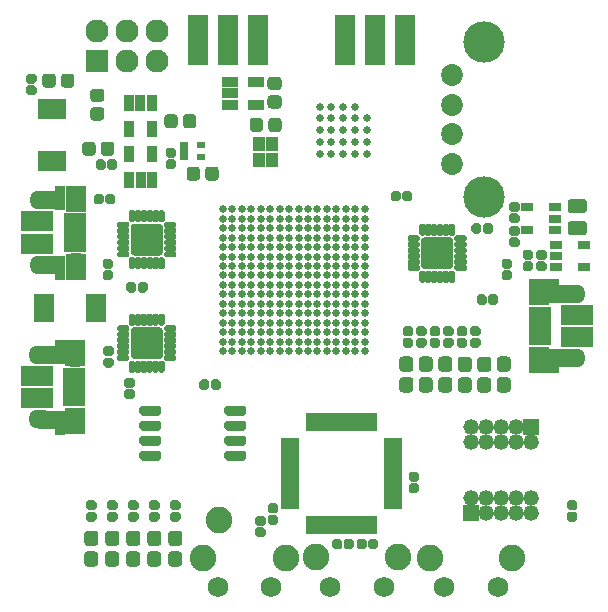
<source format=gts>
G04 #@! TF.GenerationSoftware,KiCad,Pcbnew,5.1.6*
G04 #@! TF.CreationDate,2020-05-21T11:34:31+02:00*
G04 #@! TF.ProjectId,luna_rev0,6c756e61-5f72-4657-9630-2e6b69636164,r0*
G04 #@! TF.SameCoordinates,Original*
G04 #@! TF.FileFunction,Soldermask,Top*
G04 #@! TF.FilePolarity,Negative*
%FSLAX46Y46*%
G04 Gerber Fmt 4.6, Leading zero omitted, Abs format (unit mm)*
G04 Created by KiCad (PCBNEW 5.1.6) date 2020-05-21 11:34:31*
%MOMM*%
%LPD*%
G01*
G04 APERTURE LIST*
%ADD10C,2.250000*%
%ADD11C,0.664000*%
%ADD12R,1.054000X0.804000*%
%ADD13R,2.254000X1.604000*%
%ADD14R,0.954000X2.079000*%
%ADD15R,1.754000X2.254000*%
%ADD16R,1.904000X0.654000*%
%ADD17O,1.754000X1.354000*%
%ADD18O,1.954000X1.604000*%
%ADD19R,2.754000X1.684000*%
%ADD20C,0.654000*%
%ADD21R,0.904000X1.314000*%
%ADD22R,1.554000X0.504000*%
%ADD23R,0.504000X1.554000*%
%ADD24R,1.954000X1.954000*%
%ADD25O,1.954000X1.954000*%
%ADD26R,2.354000X1.654000*%
%ADD27R,1.654000X2.354000*%
%ADD28C,1.854000*%
%ADD29C,3.504000*%
%ADD30R,1.320800X1.320800*%
%ADD31C,1.320800*%
%ADD32C,1.016000*%
%ADD33R,1.778000X4.318000*%
%ADD34C,1.754000*%
%ADD35C,2.254000*%
%ADD36R,1.314000X0.904000*%
%ADD37R,0.704000X0.554000*%
%ADD38R,1.054000X1.154000*%
G04 APERTURE END LIST*
G36*
G01*
X133114000Y-88074000D02*
X133586000Y-88074000D01*
G75*
G02*
X133797000Y-88285000I0J-211000D01*
G01*
X133797000Y-88707000D01*
G75*
G02*
X133586000Y-88918000I-211000J0D01*
G01*
X133114000Y-88918000D01*
G75*
G02*
X132903000Y-88707000I0J211000D01*
G01*
X132903000Y-88285000D01*
G75*
G02*
X133114000Y-88074000I211000J0D01*
G01*
G37*
G36*
G01*
X133114000Y-87104000D02*
X133586000Y-87104000D01*
G75*
G02*
X133797000Y-87315000I0J-211000D01*
G01*
X133797000Y-87737000D01*
G75*
G02*
X133586000Y-87948000I-211000J0D01*
G01*
X133114000Y-87948000D01*
G75*
G02*
X132903000Y-87737000I0J211000D01*
G01*
X132903000Y-87315000D01*
G75*
G02*
X133114000Y-87104000I211000J0D01*
G01*
G37*
D10*
X108966000Y-109220000D03*
D11*
X109316000Y-82900000D03*
X110116000Y-82900000D03*
X110916000Y-82900000D03*
X111716000Y-82900000D03*
X112516000Y-82900000D03*
X113316000Y-82900000D03*
X114116000Y-82900000D03*
X114916000Y-82900000D03*
X115716000Y-82900000D03*
X116516000Y-82900000D03*
X117316000Y-82900000D03*
X118116000Y-82900000D03*
X118916000Y-82900000D03*
X119716000Y-82900000D03*
X120516000Y-82900000D03*
X121316000Y-82900000D03*
X109316000Y-83700000D03*
X110116000Y-83700000D03*
X110916000Y-83700000D03*
X111716000Y-83700000D03*
X112516000Y-83700000D03*
X113316000Y-83700000D03*
X114116000Y-83700000D03*
X114916000Y-83700000D03*
X115716000Y-83700000D03*
X116516000Y-83700000D03*
X117316000Y-83700000D03*
X118116000Y-83700000D03*
X118916000Y-83700000D03*
X119716000Y-83700000D03*
X120516000Y-83700000D03*
X121316000Y-83700000D03*
X109316000Y-84500000D03*
X110116000Y-84500000D03*
X110916000Y-84500000D03*
X111716000Y-84500000D03*
X112516000Y-84500000D03*
X113316000Y-84500000D03*
X114116000Y-84500000D03*
X114916000Y-84500000D03*
X115716000Y-84500000D03*
X116516000Y-84500000D03*
X117316000Y-84500000D03*
X118116000Y-84500000D03*
X118916000Y-84500000D03*
X119716000Y-84500000D03*
X120516000Y-84500000D03*
X121316000Y-84500000D03*
X109316000Y-85300000D03*
X110116000Y-85300000D03*
X110916000Y-85300000D03*
X111716000Y-85300000D03*
X112516000Y-85300000D03*
X113316000Y-85300000D03*
X114116000Y-85300000D03*
X114916000Y-85300000D03*
X115716000Y-85300000D03*
X116516000Y-85300000D03*
X117316000Y-85300000D03*
X118116000Y-85300000D03*
X118916000Y-85300000D03*
X119716000Y-85300000D03*
X120516000Y-85300000D03*
X121316000Y-85300000D03*
X109316000Y-86100000D03*
X110116000Y-86100000D03*
X110916000Y-86100000D03*
X111716000Y-86100000D03*
X112516000Y-86100000D03*
X113316000Y-86100000D03*
X114116000Y-86100000D03*
X114916000Y-86100000D03*
X115716000Y-86100000D03*
X116516000Y-86100000D03*
X117316000Y-86100000D03*
X118116000Y-86100000D03*
X118916000Y-86100000D03*
X119716000Y-86100000D03*
X120516000Y-86100000D03*
X121316000Y-86100000D03*
X109316000Y-86900000D03*
X110116000Y-86900000D03*
X110916000Y-86900000D03*
X111716000Y-86900000D03*
X112516000Y-86900000D03*
X113316000Y-86900000D03*
X114116000Y-86900000D03*
X114916000Y-86900000D03*
X115716000Y-86900000D03*
X116516000Y-86900000D03*
X117316000Y-86900000D03*
X118116000Y-86900000D03*
X118916000Y-86900000D03*
X119716000Y-86900000D03*
X120516000Y-86900000D03*
X121316000Y-86900000D03*
X109316000Y-87700000D03*
X110116000Y-87700000D03*
X110916000Y-87700000D03*
X111716000Y-87700000D03*
X112516000Y-87700000D03*
X113316000Y-87700000D03*
X114116000Y-87700000D03*
X114916000Y-87700000D03*
X115716000Y-87700000D03*
X116516000Y-87700000D03*
X117316000Y-87700000D03*
X118116000Y-87700000D03*
X118916000Y-87700000D03*
X119716000Y-87700000D03*
X120516000Y-87700000D03*
X121316000Y-87700000D03*
X109316000Y-88500000D03*
X110116000Y-88500000D03*
X110916000Y-88500000D03*
X111716000Y-88500000D03*
X112516000Y-88500000D03*
X113316000Y-88500000D03*
X114116000Y-88500000D03*
X114916000Y-88500000D03*
X115716000Y-88500000D03*
X116516000Y-88500000D03*
X117316000Y-88500000D03*
X118116000Y-88500000D03*
X118916000Y-88500000D03*
X119716000Y-88500000D03*
X120516000Y-88500000D03*
X121316000Y-88500000D03*
X109316000Y-89300000D03*
X110116000Y-89300000D03*
X110916000Y-89300000D03*
X111716000Y-89300000D03*
X112516000Y-89300000D03*
X113316000Y-89300000D03*
X114116000Y-89300000D03*
X114916000Y-89300000D03*
X115716000Y-89300000D03*
X116516000Y-89300000D03*
X117316000Y-89300000D03*
X118116000Y-89300000D03*
X118916000Y-89300000D03*
X119716000Y-89300000D03*
X120516000Y-89300000D03*
X121316000Y-89300000D03*
X109316000Y-90100000D03*
X110116000Y-90100000D03*
X110916000Y-90100000D03*
X111716000Y-90100000D03*
X112516000Y-90100000D03*
X113316000Y-90100000D03*
X114116000Y-90100000D03*
X114916000Y-90100000D03*
X115716000Y-90100000D03*
X116516000Y-90100000D03*
X117316000Y-90100000D03*
X118116000Y-90100000D03*
X118916000Y-90100000D03*
X119716000Y-90100000D03*
X120516000Y-90100000D03*
X121316000Y-90100000D03*
X109316000Y-90900000D03*
X110116000Y-90900000D03*
X110916000Y-90900000D03*
X111716000Y-90900000D03*
X112516000Y-90900000D03*
X113316000Y-90900000D03*
X114116000Y-90900000D03*
X114916000Y-90900000D03*
X115716000Y-90900000D03*
X116516000Y-90900000D03*
X117316000Y-90900000D03*
X118116000Y-90900000D03*
X118916000Y-90900000D03*
X119716000Y-90900000D03*
X120516000Y-90900000D03*
X121316000Y-90900000D03*
X109316000Y-91700000D03*
X110116000Y-91700000D03*
X110916000Y-91700000D03*
X111716000Y-91700000D03*
X112516000Y-91700000D03*
X113316000Y-91700000D03*
X114116000Y-91700000D03*
X114916000Y-91700000D03*
X115716000Y-91700000D03*
X116516000Y-91700000D03*
X117316000Y-91700000D03*
X118116000Y-91700000D03*
X118916000Y-91700000D03*
X119716000Y-91700000D03*
X120516000Y-91700000D03*
X121316000Y-91700000D03*
X109316000Y-92500000D03*
X110116000Y-92500000D03*
X110916000Y-92500000D03*
X111716000Y-92500000D03*
X112516000Y-92500000D03*
X113316000Y-92500000D03*
X114116000Y-92500000D03*
X114916000Y-92500000D03*
X115716000Y-92500000D03*
X116516000Y-92500000D03*
X117316000Y-92500000D03*
X118116000Y-92500000D03*
X118916000Y-92500000D03*
X119716000Y-92500000D03*
X120516000Y-92500000D03*
X121316000Y-92500000D03*
X109316000Y-93300000D03*
X110116000Y-93300000D03*
X110916000Y-93300000D03*
X111716000Y-93300000D03*
X112516000Y-93300000D03*
X113316000Y-93300000D03*
X114116000Y-93300000D03*
X114916000Y-93300000D03*
X115716000Y-93300000D03*
X116516000Y-93300000D03*
X117316000Y-93300000D03*
X118116000Y-93300000D03*
X118916000Y-93300000D03*
X119716000Y-93300000D03*
X120516000Y-93300000D03*
X121316000Y-93300000D03*
X109316000Y-94100000D03*
X110116000Y-94100000D03*
X110916000Y-94100000D03*
X111716000Y-94100000D03*
X112516000Y-94100000D03*
X113316000Y-94100000D03*
X114116000Y-94100000D03*
X114916000Y-94100000D03*
X115716000Y-94100000D03*
X116516000Y-94100000D03*
X117316000Y-94100000D03*
X118116000Y-94100000D03*
X118916000Y-94100000D03*
X119716000Y-94100000D03*
X120516000Y-94100000D03*
X121316000Y-94100000D03*
X109316000Y-94900000D03*
X110116000Y-94900000D03*
X110916000Y-94900000D03*
X111716000Y-94900000D03*
X112516000Y-94900000D03*
X113316000Y-94900000D03*
X114116000Y-94900000D03*
X114916000Y-94900000D03*
X115716000Y-94900000D03*
X116516000Y-94900000D03*
X117316000Y-94900000D03*
X118116000Y-94900000D03*
X118916000Y-94900000D03*
X119716000Y-94900000D03*
X120516000Y-94900000D03*
X121316000Y-94900000D03*
G36*
G01*
X136507000Y-87186000D02*
X136035000Y-87186000D01*
G75*
G02*
X135824000Y-86975000I0J211000D01*
G01*
X135824000Y-86553000D01*
G75*
G02*
X136035000Y-86342000I211000J0D01*
G01*
X136507000Y-86342000D01*
G75*
G02*
X136718000Y-86553000I0J-211000D01*
G01*
X136718000Y-86975000D01*
G75*
G02*
X136507000Y-87186000I-211000J0D01*
G01*
G37*
G36*
G01*
X136507000Y-88156000D02*
X136035000Y-88156000D01*
G75*
G02*
X135824000Y-87945000I0J211000D01*
G01*
X135824000Y-87523000D01*
G75*
G02*
X136035000Y-87312000I211000J0D01*
G01*
X136507000Y-87312000D01*
G75*
G02*
X136718000Y-87523000I0J-211000D01*
G01*
X136718000Y-87945000D01*
G75*
G02*
X136507000Y-88156000I-211000J0D01*
G01*
G37*
G36*
G01*
X133749000Y-85280000D02*
X134221000Y-85280000D01*
G75*
G02*
X134432000Y-85491000I0J-211000D01*
G01*
X134432000Y-85913000D01*
G75*
G02*
X134221000Y-86124000I-211000J0D01*
G01*
X133749000Y-86124000D01*
G75*
G02*
X133538000Y-85913000I0J211000D01*
G01*
X133538000Y-85491000D01*
G75*
G02*
X133749000Y-85280000I211000J0D01*
G01*
G37*
G36*
G01*
X133749000Y-84310000D02*
X134221000Y-84310000D01*
G75*
G02*
X134432000Y-84521000I0J-211000D01*
G01*
X134432000Y-84943000D01*
G75*
G02*
X134221000Y-85154000I-211000J0D01*
G01*
X133749000Y-85154000D01*
G75*
G02*
X133538000Y-84943000I0J211000D01*
G01*
X133538000Y-84521000D01*
G75*
G02*
X133749000Y-84310000I211000J0D01*
G01*
G37*
D12*
X139884000Y-85918000D03*
X139884000Y-87818000D03*
X137484000Y-87818000D03*
X137484000Y-86868000D03*
X137484000Y-85918000D03*
X135071000Y-84643000D03*
X135071000Y-82743000D03*
X137471000Y-82743000D03*
X137471000Y-83693000D03*
X137471000Y-84643000D03*
G36*
G01*
X138799250Y-83889000D02*
X139838750Y-83889000D01*
G75*
G02*
X140146000Y-84196250I0J-307250D01*
G01*
X140146000Y-84810750D01*
G75*
G02*
X139838750Y-85118000I-307250J0D01*
G01*
X138799250Y-85118000D01*
G75*
G02*
X138492000Y-84810750I0J307250D01*
G01*
X138492000Y-84196250D01*
G75*
G02*
X138799250Y-83889000I307250J0D01*
G01*
G37*
G36*
G01*
X138799250Y-82014000D02*
X139838750Y-82014000D01*
G75*
G02*
X140146000Y-82321250I0J-307250D01*
G01*
X140146000Y-82935750D01*
G75*
G02*
X139838750Y-83243000I-307250J0D01*
G01*
X138799250Y-83243000D01*
G75*
G02*
X138492000Y-82935750I0J307250D01*
G01*
X138492000Y-82321250D01*
G75*
G02*
X138799250Y-82014000I307250J0D01*
G01*
G37*
G36*
G01*
X95600000Y-72328750D02*
X95600000Y-71689250D01*
G75*
G02*
X95882250Y-71407000I282250J0D01*
G01*
X96446750Y-71407000D01*
G75*
G02*
X96729000Y-71689250I0J-282250D01*
G01*
X96729000Y-72328750D01*
G75*
G02*
X96446750Y-72611000I-282250J0D01*
G01*
X95882250Y-72611000D01*
G75*
G02*
X95600000Y-72328750I0J282250D01*
G01*
G37*
G36*
G01*
X94025000Y-72328750D02*
X94025000Y-71689250D01*
G75*
G02*
X94307250Y-71407000I282250J0D01*
G01*
X94871750Y-71407000D01*
G75*
G02*
X95154000Y-71689250I0J-282250D01*
G01*
X95154000Y-72328750D01*
G75*
G02*
X94871750Y-72611000I-282250J0D01*
G01*
X94307250Y-72611000D01*
G75*
G02*
X94025000Y-72328750I0J282250D01*
G01*
G37*
D13*
X138130500Y-90031000D03*
X138130500Y-95511000D03*
D14*
X137380500Y-95731000D03*
X137380500Y-89781000D03*
D15*
X136080500Y-95631000D03*
X136060500Y-89881000D03*
D16*
X136180500Y-94081000D03*
X136180500Y-93431000D03*
X136180500Y-92781000D03*
X136180500Y-92131000D03*
X136180500Y-91481000D03*
D17*
X136060500Y-95201000D03*
X136060500Y-90361000D03*
D18*
X139060500Y-95511000D03*
X139060500Y-90051000D03*
D19*
X139330500Y-93741000D03*
X139330500Y-91821000D03*
X93611000Y-85834500D03*
X93611000Y-83914500D03*
D18*
X93881000Y-87604500D03*
X93881000Y-82144500D03*
D17*
X96881000Y-87294500D03*
X96881000Y-82454500D03*
D16*
X96761000Y-86174500D03*
X96761000Y-85524500D03*
X96761000Y-84874500D03*
X96761000Y-84224500D03*
X96761000Y-83574500D03*
D15*
X96881000Y-87774500D03*
X96861000Y-82024500D03*
D14*
X95561000Y-87874500D03*
X95561000Y-81924500D03*
D13*
X94811000Y-82144500D03*
X94811000Y-87624500D03*
X94747500Y-100705500D03*
X94747500Y-95225500D03*
D14*
X95497500Y-95005500D03*
X95497500Y-100955500D03*
D15*
X96797500Y-95105500D03*
X96817500Y-100855500D03*
D16*
X96697500Y-96655500D03*
X96697500Y-97305500D03*
X96697500Y-97955500D03*
X96697500Y-98605500D03*
X96697500Y-99255500D03*
D17*
X96817500Y-95535500D03*
X96817500Y-100375500D03*
D18*
X93817500Y-95225500D03*
X93817500Y-100685500D03*
D19*
X93547500Y-96995500D03*
X93547500Y-98915500D03*
D20*
X120507000Y-74200000D03*
X119507000Y-74200000D03*
X118507000Y-74200000D03*
X117507000Y-74200000D03*
X121507000Y-75200000D03*
X120507000Y-75200000D03*
X119507000Y-75200000D03*
X118507000Y-75200000D03*
X117507000Y-75200000D03*
X121507000Y-76200000D03*
X120507000Y-76200000D03*
X119507000Y-76200000D03*
X118507000Y-76200000D03*
X117507000Y-76200000D03*
X121507000Y-77200000D03*
X120507000Y-77200000D03*
X119507000Y-77200000D03*
X118507000Y-77200000D03*
X117507000Y-77200000D03*
X121507000Y-78200000D03*
X120507000Y-78200000D03*
X119507000Y-78200000D03*
X118507000Y-78200000D03*
X117507000Y-78200000D03*
D21*
X101396800Y-78232000D03*
X103296800Y-78232000D03*
X103296800Y-80432000D03*
X102346800Y-80432000D03*
X101396800Y-80432000D03*
G36*
G01*
X104666000Y-78678400D02*
X105138000Y-78678400D01*
G75*
G02*
X105349000Y-78889400I0J-211000D01*
G01*
X105349000Y-79311400D01*
G75*
G02*
X105138000Y-79522400I-211000J0D01*
G01*
X104666000Y-79522400D01*
G75*
G02*
X104455000Y-79311400I0J211000D01*
G01*
X104455000Y-78889400D01*
G75*
G02*
X104666000Y-78678400I211000J0D01*
G01*
G37*
G36*
G01*
X104666000Y-77708400D02*
X105138000Y-77708400D01*
G75*
G02*
X105349000Y-77919400I0J-211000D01*
G01*
X105349000Y-78341400D01*
G75*
G02*
X105138000Y-78552400I-211000J0D01*
G01*
X104666000Y-78552400D01*
G75*
G02*
X104455000Y-78341400I0J211000D01*
G01*
X104455000Y-77919400D01*
G75*
G02*
X104666000Y-77708400I211000J0D01*
G01*
G37*
G36*
G01*
X98532200Y-77455050D02*
X98532200Y-78094550D01*
G75*
G02*
X98249950Y-78376800I-282250J0D01*
G01*
X97685450Y-78376800D01*
G75*
G02*
X97403200Y-78094550I0J282250D01*
G01*
X97403200Y-77455050D01*
G75*
G02*
X97685450Y-77172800I282250J0D01*
G01*
X98249950Y-77172800D01*
G75*
G02*
X98532200Y-77455050I0J-282250D01*
G01*
G37*
G36*
G01*
X100107200Y-77455050D02*
X100107200Y-78094550D01*
G75*
G02*
X99824950Y-78376800I-282250J0D01*
G01*
X99260450Y-78376800D01*
G75*
G02*
X98978200Y-78094550I0J282250D01*
G01*
X98978200Y-77455050D01*
G75*
G02*
X99260450Y-77172800I282250J0D01*
G01*
X99824950Y-77172800D01*
G75*
G02*
X100107200Y-77455050I0J-282250D01*
G01*
G37*
G36*
G01*
X119403500Y-111016000D02*
X119403500Y-111488000D01*
G75*
G02*
X119192500Y-111699000I-211000J0D01*
G01*
X118770500Y-111699000D01*
G75*
G02*
X118559500Y-111488000I0J211000D01*
G01*
X118559500Y-111016000D01*
G75*
G02*
X118770500Y-110805000I211000J0D01*
G01*
X119192500Y-110805000D01*
G75*
G02*
X119403500Y-111016000I0J-211000D01*
G01*
G37*
G36*
G01*
X120373500Y-111016000D02*
X120373500Y-111488000D01*
G75*
G02*
X120162500Y-111699000I-211000J0D01*
G01*
X119740500Y-111699000D01*
G75*
G02*
X119529500Y-111488000I0J211000D01*
G01*
X119529500Y-111016000D01*
G75*
G02*
X119740500Y-110805000I211000J0D01*
G01*
X120162500Y-110805000D01*
G75*
G02*
X120373500Y-111016000I0J-211000D01*
G01*
G37*
D22*
X123730000Y-108033000D03*
X123730000Y-107533000D03*
X123730000Y-107033000D03*
X123730000Y-106533000D03*
X123730000Y-106033000D03*
X123730000Y-105533000D03*
X123730000Y-105033000D03*
X123730000Y-104533000D03*
X123730000Y-104033000D03*
X123730000Y-103533000D03*
X123730000Y-103033000D03*
X123730000Y-102533000D03*
D23*
X122130000Y-100933000D03*
X121630000Y-100933000D03*
X121130000Y-100933000D03*
X120630000Y-100933000D03*
X120130000Y-100933000D03*
X119630000Y-100933000D03*
X119130000Y-100933000D03*
X118630000Y-100933000D03*
X118130000Y-100933000D03*
X117630000Y-100933000D03*
X117130000Y-100933000D03*
X116630000Y-100933000D03*
D22*
X115030000Y-102533000D03*
X115030000Y-103033000D03*
X115030000Y-103533000D03*
X115030000Y-104033000D03*
X115030000Y-104533000D03*
X115030000Y-105033000D03*
X115030000Y-105533000D03*
X115030000Y-106033000D03*
X115030000Y-106533000D03*
X115030000Y-107033000D03*
X115030000Y-107533000D03*
X115030000Y-108033000D03*
D23*
X116630000Y-109633000D03*
X117130000Y-109633000D03*
X117630000Y-109633000D03*
X118130000Y-109633000D03*
X118630000Y-109633000D03*
X119130000Y-109633000D03*
X119630000Y-109633000D03*
X120130000Y-109633000D03*
X120630000Y-109633000D03*
X121130000Y-109633000D03*
X121630000Y-109633000D03*
X122130000Y-109633000D03*
G36*
G01*
X126347000Y-93663000D02*
X125875000Y-93663000D01*
G75*
G02*
X125664000Y-93452000I0J211000D01*
G01*
X125664000Y-93030000D01*
G75*
G02*
X125875000Y-92819000I211000J0D01*
G01*
X126347000Y-92819000D01*
G75*
G02*
X126558000Y-93030000I0J-211000D01*
G01*
X126558000Y-93452000D01*
G75*
G02*
X126347000Y-93663000I-211000J0D01*
G01*
G37*
G36*
G01*
X126347000Y-94633000D02*
X125875000Y-94633000D01*
G75*
G02*
X125664000Y-94422000I0J211000D01*
G01*
X125664000Y-94000000D01*
G75*
G02*
X125875000Y-93789000I211000J0D01*
G01*
X126347000Y-93789000D01*
G75*
G02*
X126558000Y-94000000I0J-211000D01*
G01*
X126558000Y-94422000D01*
G75*
G02*
X126347000Y-94633000I-211000J0D01*
G01*
G37*
D24*
X98679000Y-70358000D03*
D25*
X98679000Y-67818000D03*
X101219000Y-70358000D03*
X101219000Y-67818000D03*
X103759000Y-70358000D03*
X103759000Y-67818000D03*
G36*
G01*
X102236000Y-100162500D02*
X102236000Y-99735500D01*
G75*
G02*
X102449500Y-99522000I213500J0D01*
G01*
X103876500Y-99522000D01*
G75*
G02*
X104090000Y-99735500I0J-213500D01*
G01*
X104090000Y-100162500D01*
G75*
G02*
X103876500Y-100376000I-213500J0D01*
G01*
X102449500Y-100376000D01*
G75*
G02*
X102236000Y-100162500I0J213500D01*
G01*
G37*
G36*
G01*
X102236000Y-101432500D02*
X102236000Y-101005500D01*
G75*
G02*
X102449500Y-100792000I213500J0D01*
G01*
X103876500Y-100792000D01*
G75*
G02*
X104090000Y-101005500I0J-213500D01*
G01*
X104090000Y-101432500D01*
G75*
G02*
X103876500Y-101646000I-213500J0D01*
G01*
X102449500Y-101646000D01*
G75*
G02*
X102236000Y-101432500I0J213500D01*
G01*
G37*
G36*
G01*
X102236000Y-102702500D02*
X102236000Y-102275500D01*
G75*
G02*
X102449500Y-102062000I213500J0D01*
G01*
X103876500Y-102062000D01*
G75*
G02*
X104090000Y-102275500I0J-213500D01*
G01*
X104090000Y-102702500D01*
G75*
G02*
X103876500Y-102916000I-213500J0D01*
G01*
X102449500Y-102916000D01*
G75*
G02*
X102236000Y-102702500I0J213500D01*
G01*
G37*
G36*
G01*
X102236000Y-103972500D02*
X102236000Y-103545500D01*
G75*
G02*
X102449500Y-103332000I213500J0D01*
G01*
X103876500Y-103332000D01*
G75*
G02*
X104090000Y-103545500I0J-213500D01*
G01*
X104090000Y-103972500D01*
G75*
G02*
X103876500Y-104186000I-213500J0D01*
G01*
X102449500Y-104186000D01*
G75*
G02*
X102236000Y-103972500I0J213500D01*
G01*
G37*
G36*
G01*
X109436000Y-103972500D02*
X109436000Y-103545500D01*
G75*
G02*
X109649500Y-103332000I213500J0D01*
G01*
X111076500Y-103332000D01*
G75*
G02*
X111290000Y-103545500I0J-213500D01*
G01*
X111290000Y-103972500D01*
G75*
G02*
X111076500Y-104186000I-213500J0D01*
G01*
X109649500Y-104186000D01*
G75*
G02*
X109436000Y-103972500I0J213500D01*
G01*
G37*
G36*
G01*
X109436000Y-102702500D02*
X109436000Y-102275500D01*
G75*
G02*
X109649500Y-102062000I213500J0D01*
G01*
X111076500Y-102062000D01*
G75*
G02*
X111290000Y-102275500I0J-213500D01*
G01*
X111290000Y-102702500D01*
G75*
G02*
X111076500Y-102916000I-213500J0D01*
G01*
X109649500Y-102916000D01*
G75*
G02*
X109436000Y-102702500I0J213500D01*
G01*
G37*
G36*
G01*
X109436000Y-101432500D02*
X109436000Y-101005500D01*
G75*
G02*
X109649500Y-100792000I213500J0D01*
G01*
X111076500Y-100792000D01*
G75*
G02*
X111290000Y-101005500I0J-213500D01*
G01*
X111290000Y-101432500D01*
G75*
G02*
X111076500Y-101646000I-213500J0D01*
G01*
X109649500Y-101646000D01*
G75*
G02*
X109436000Y-101432500I0J213500D01*
G01*
G37*
G36*
G01*
X109436000Y-100162500D02*
X109436000Y-99735500D01*
G75*
G02*
X109649500Y-99522000I213500J0D01*
G01*
X111076500Y-99522000D01*
G75*
G02*
X111290000Y-99735500I0J-213500D01*
G01*
X111290000Y-100162500D01*
G75*
G02*
X111076500Y-100376000I-213500J0D01*
G01*
X109649500Y-100376000D01*
G75*
G02*
X109436000Y-100162500I0J213500D01*
G01*
G37*
G36*
G01*
X98998750Y-73818000D02*
X98359250Y-73818000D01*
G75*
G02*
X98077000Y-73535750I0J282250D01*
G01*
X98077000Y-72971250D01*
G75*
G02*
X98359250Y-72689000I282250J0D01*
G01*
X98998750Y-72689000D01*
G75*
G02*
X99281000Y-72971250I0J-282250D01*
G01*
X99281000Y-73535750D01*
G75*
G02*
X98998750Y-73818000I-282250J0D01*
G01*
G37*
G36*
G01*
X98998750Y-75393000D02*
X98359250Y-75393000D01*
G75*
G02*
X98077000Y-75110750I0J282250D01*
G01*
X98077000Y-74546250D01*
G75*
G02*
X98359250Y-74264000I282250J0D01*
G01*
X98998750Y-74264000D01*
G75*
G02*
X99281000Y-74546250I0J-282250D01*
G01*
X99281000Y-75110750D01*
G75*
G02*
X98998750Y-75393000I-282250J0D01*
G01*
G37*
G36*
G01*
X125240000Y-106108000D02*
X125712000Y-106108000D01*
G75*
G02*
X125923000Y-106319000I0J-211000D01*
G01*
X125923000Y-106741000D01*
G75*
G02*
X125712000Y-106952000I-211000J0D01*
G01*
X125240000Y-106952000D01*
G75*
G02*
X125029000Y-106741000I0J211000D01*
G01*
X125029000Y-106319000D01*
G75*
G02*
X125240000Y-106108000I211000J0D01*
G01*
G37*
G36*
G01*
X125240000Y-105138000D02*
X125712000Y-105138000D01*
G75*
G02*
X125923000Y-105349000I0J-211000D01*
G01*
X125923000Y-105771000D01*
G75*
G02*
X125712000Y-105982000I-211000J0D01*
G01*
X125240000Y-105982000D01*
G75*
G02*
X125029000Y-105771000I0J211000D01*
G01*
X125029000Y-105349000D01*
G75*
G02*
X125240000Y-105138000I211000J0D01*
G01*
G37*
G36*
G01*
X113774000Y-109619000D02*
X113302000Y-109619000D01*
G75*
G02*
X113091000Y-109408000I0J211000D01*
G01*
X113091000Y-108986000D01*
G75*
G02*
X113302000Y-108775000I211000J0D01*
G01*
X113774000Y-108775000D01*
G75*
G02*
X113985000Y-108986000I0J-211000D01*
G01*
X113985000Y-109408000D01*
G75*
G02*
X113774000Y-109619000I-211000J0D01*
G01*
G37*
G36*
G01*
X113774000Y-108649000D02*
X113302000Y-108649000D01*
G75*
G02*
X113091000Y-108438000I0J211000D01*
G01*
X113091000Y-108016000D01*
G75*
G02*
X113302000Y-107805000I211000J0D01*
G01*
X113774000Y-107805000D01*
G75*
G02*
X113985000Y-108016000I0J-211000D01*
G01*
X113985000Y-108438000D01*
G75*
G02*
X113774000Y-108649000I-211000J0D01*
G01*
G37*
G36*
G01*
X121602000Y-111488000D02*
X121602000Y-111016000D01*
G75*
G02*
X121813000Y-110805000I211000J0D01*
G01*
X122235000Y-110805000D01*
G75*
G02*
X122446000Y-111016000I0J-211000D01*
G01*
X122446000Y-111488000D01*
G75*
G02*
X122235000Y-111699000I-211000J0D01*
G01*
X121813000Y-111699000D01*
G75*
G02*
X121602000Y-111488000I0J211000D01*
G01*
G37*
G36*
G01*
X120632000Y-111488000D02*
X120632000Y-111016000D01*
G75*
G02*
X120843000Y-110805000I211000J0D01*
G01*
X121265000Y-110805000D01*
G75*
G02*
X121476000Y-111016000I0J-211000D01*
G01*
X121476000Y-111488000D01*
G75*
G02*
X121265000Y-111699000I-211000J0D01*
G01*
X120843000Y-111699000D01*
G75*
G02*
X120632000Y-111488000I0J211000D01*
G01*
G37*
G36*
G01*
X113370650Y-71672900D02*
X114010150Y-71672900D01*
G75*
G02*
X114292400Y-71955150I0J-282250D01*
G01*
X114292400Y-72519650D01*
G75*
G02*
X114010150Y-72801900I-282250J0D01*
G01*
X113370650Y-72801900D01*
G75*
G02*
X113088400Y-72519650I0J282250D01*
G01*
X113088400Y-71955150D01*
G75*
G02*
X113370650Y-71672900I282250J0D01*
G01*
G37*
G36*
G01*
X113370650Y-73247900D02*
X114010150Y-73247900D01*
G75*
G02*
X114292400Y-73530150I0J-282250D01*
G01*
X114292400Y-74094650D01*
G75*
G02*
X114010150Y-74376900I-282250J0D01*
G01*
X113370650Y-74376900D01*
G75*
G02*
X113088400Y-74094650I0J282250D01*
G01*
X113088400Y-73530150D01*
G75*
G02*
X113370650Y-73247900I282250J0D01*
G01*
G37*
G36*
G01*
X107817500Y-80202750D02*
X107817500Y-79563250D01*
G75*
G02*
X108099750Y-79281000I282250J0D01*
G01*
X108664250Y-79281000D01*
G75*
G02*
X108946500Y-79563250I0J-282250D01*
G01*
X108946500Y-80202750D01*
G75*
G02*
X108664250Y-80485000I-282250J0D01*
G01*
X108099750Y-80485000D01*
G75*
G02*
X107817500Y-80202750I0J282250D01*
G01*
G37*
G36*
G01*
X106242500Y-80202750D02*
X106242500Y-79563250D01*
G75*
G02*
X106524750Y-79281000I282250J0D01*
G01*
X107089250Y-79281000D01*
G75*
G02*
X107371500Y-79563250I0J-282250D01*
G01*
X107371500Y-80202750D01*
G75*
G02*
X107089250Y-80485000I-282250J0D01*
G01*
X106524750Y-80485000D01*
G75*
G02*
X106242500Y-80202750I0J282250D01*
G01*
G37*
G36*
G01*
X113164000Y-76075250D02*
X113164000Y-75435750D01*
G75*
G02*
X113446250Y-75153500I282250J0D01*
G01*
X114010750Y-75153500D01*
G75*
G02*
X114293000Y-75435750I0J-282250D01*
G01*
X114293000Y-76075250D01*
G75*
G02*
X114010750Y-76357500I-282250J0D01*
G01*
X113446250Y-76357500D01*
G75*
G02*
X113164000Y-76075250I0J282250D01*
G01*
G37*
G36*
G01*
X111589000Y-76075250D02*
X111589000Y-75435750D01*
G75*
G02*
X111871250Y-75153500I282250J0D01*
G01*
X112435750Y-75153500D01*
G75*
G02*
X112718000Y-75435750I0J-282250D01*
G01*
X112718000Y-76075250D01*
G75*
G02*
X112435750Y-76357500I-282250J0D01*
G01*
X111871250Y-76357500D01*
G75*
G02*
X111589000Y-76075250I0J282250D01*
G01*
G37*
G36*
G01*
X107054000Y-75118250D02*
X107054000Y-75757750D01*
G75*
G02*
X106771750Y-76040000I-282250J0D01*
G01*
X106207250Y-76040000D01*
G75*
G02*
X105925000Y-75757750I0J282250D01*
G01*
X105925000Y-75118250D01*
G75*
G02*
X106207250Y-74836000I282250J0D01*
G01*
X106771750Y-74836000D01*
G75*
G02*
X107054000Y-75118250I0J-282250D01*
G01*
G37*
G36*
G01*
X105479000Y-75118250D02*
X105479000Y-75757750D01*
G75*
G02*
X105196750Y-76040000I-282250J0D01*
G01*
X104632250Y-76040000D01*
G75*
G02*
X104350000Y-75757750I0J282250D01*
G01*
X104350000Y-75118250D01*
G75*
G02*
X104632250Y-74836000I282250J0D01*
G01*
X105196750Y-74836000D01*
G75*
G02*
X105479000Y-75118250I0J-282250D01*
G01*
G37*
G36*
G01*
X100348000Y-78885000D02*
X100348000Y-79357000D01*
G75*
G02*
X100137000Y-79568000I-211000J0D01*
G01*
X99715000Y-79568000D01*
G75*
G02*
X99504000Y-79357000I0J211000D01*
G01*
X99504000Y-78885000D01*
G75*
G02*
X99715000Y-78674000I211000J0D01*
G01*
X100137000Y-78674000D01*
G75*
G02*
X100348000Y-78885000I0J-211000D01*
G01*
G37*
G36*
G01*
X99378000Y-78885000D02*
X99378000Y-79357000D01*
G75*
G02*
X99167000Y-79568000I-211000J0D01*
G01*
X98745000Y-79568000D01*
G75*
G02*
X98534000Y-79357000I0J211000D01*
G01*
X98534000Y-78885000D01*
G75*
G02*
X98745000Y-78674000I211000J0D01*
G01*
X99167000Y-78674000D01*
G75*
G02*
X99378000Y-78885000I0J-211000D01*
G01*
G37*
G36*
G01*
X92855000Y-71419500D02*
X93327000Y-71419500D01*
G75*
G02*
X93538000Y-71630500I0J-211000D01*
G01*
X93538000Y-72052500D01*
G75*
G02*
X93327000Y-72263500I-211000J0D01*
G01*
X92855000Y-72263500D01*
G75*
G02*
X92644000Y-72052500I0J211000D01*
G01*
X92644000Y-71630500D01*
G75*
G02*
X92855000Y-71419500I211000J0D01*
G01*
G37*
G36*
G01*
X92855000Y-72389500D02*
X93327000Y-72389500D01*
G75*
G02*
X93538000Y-72600500I0J-211000D01*
G01*
X93538000Y-73022500D01*
G75*
G02*
X93327000Y-73233500I-211000J0D01*
G01*
X92855000Y-73233500D01*
G75*
G02*
X92644000Y-73022500I0J211000D01*
G01*
X92644000Y-72600500D01*
G75*
G02*
X92855000Y-72389500I211000J0D01*
G01*
G37*
D26*
X94805500Y-78844500D03*
X94805500Y-74444500D03*
G36*
G01*
X132795000Y-97110000D02*
X133397000Y-97110000D01*
G75*
G02*
X133698000Y-97411000I0J-301000D01*
G01*
X133698000Y-98113000D01*
G75*
G02*
X133397000Y-98414000I-301000J0D01*
G01*
X132795000Y-98414000D01*
G75*
G02*
X132494000Y-98113000I0J301000D01*
G01*
X132494000Y-97411000D01*
G75*
G02*
X132795000Y-97110000I301000J0D01*
G01*
G37*
G36*
G01*
X132795000Y-95360000D02*
X133397000Y-95360000D01*
G75*
G02*
X133698000Y-95661000I0J-301000D01*
G01*
X133698000Y-96363000D01*
G75*
G02*
X133397000Y-96664000I-301000J0D01*
G01*
X132795000Y-96664000D01*
G75*
G02*
X132494000Y-96363000I0J301000D01*
G01*
X132494000Y-95661000D01*
G75*
G02*
X132795000Y-95360000I301000J0D01*
G01*
G37*
G36*
G01*
X131144000Y-95374000D02*
X131746000Y-95374000D01*
G75*
G02*
X132047000Y-95675000I0J-301000D01*
G01*
X132047000Y-96377000D01*
G75*
G02*
X131746000Y-96678000I-301000J0D01*
G01*
X131144000Y-96678000D01*
G75*
G02*
X130843000Y-96377000I0J301000D01*
G01*
X130843000Y-95675000D01*
G75*
G02*
X131144000Y-95374000I301000J0D01*
G01*
G37*
G36*
G01*
X131144000Y-97124000D02*
X131746000Y-97124000D01*
G75*
G02*
X132047000Y-97425000I0J-301000D01*
G01*
X132047000Y-98127000D01*
G75*
G02*
X131746000Y-98428000I-301000J0D01*
G01*
X131144000Y-98428000D01*
G75*
G02*
X130843000Y-98127000I0J301000D01*
G01*
X130843000Y-97425000D01*
G75*
G02*
X131144000Y-97124000I301000J0D01*
G01*
G37*
G36*
G01*
X129493000Y-97124000D02*
X130095000Y-97124000D01*
G75*
G02*
X130396000Y-97425000I0J-301000D01*
G01*
X130396000Y-98127000D01*
G75*
G02*
X130095000Y-98428000I-301000J0D01*
G01*
X129493000Y-98428000D01*
G75*
G02*
X129192000Y-98127000I0J301000D01*
G01*
X129192000Y-97425000D01*
G75*
G02*
X129493000Y-97124000I301000J0D01*
G01*
G37*
G36*
G01*
X129493000Y-95374000D02*
X130095000Y-95374000D01*
G75*
G02*
X130396000Y-95675000I0J-301000D01*
G01*
X130396000Y-96377000D01*
G75*
G02*
X130095000Y-96678000I-301000J0D01*
G01*
X129493000Y-96678000D01*
G75*
G02*
X129192000Y-96377000I0J301000D01*
G01*
X129192000Y-95675000D01*
G75*
G02*
X129493000Y-95374000I301000J0D01*
G01*
G37*
G36*
G01*
X127842000Y-97110000D02*
X128444000Y-97110000D01*
G75*
G02*
X128745000Y-97411000I0J-301000D01*
G01*
X128745000Y-98113000D01*
G75*
G02*
X128444000Y-98414000I-301000J0D01*
G01*
X127842000Y-98414000D01*
G75*
G02*
X127541000Y-98113000I0J301000D01*
G01*
X127541000Y-97411000D01*
G75*
G02*
X127842000Y-97110000I301000J0D01*
G01*
G37*
G36*
G01*
X127842000Y-95360000D02*
X128444000Y-95360000D01*
G75*
G02*
X128745000Y-95661000I0J-301000D01*
G01*
X128745000Y-96363000D01*
G75*
G02*
X128444000Y-96664000I-301000J0D01*
G01*
X127842000Y-96664000D01*
G75*
G02*
X127541000Y-96363000I0J301000D01*
G01*
X127541000Y-95661000D01*
G75*
G02*
X127842000Y-95360000I301000J0D01*
G01*
G37*
G36*
G01*
X126191000Y-95360000D02*
X126793000Y-95360000D01*
G75*
G02*
X127094000Y-95661000I0J-301000D01*
G01*
X127094000Y-96363000D01*
G75*
G02*
X126793000Y-96664000I-301000J0D01*
G01*
X126191000Y-96664000D01*
G75*
G02*
X125890000Y-96363000I0J301000D01*
G01*
X125890000Y-95661000D01*
G75*
G02*
X126191000Y-95360000I301000J0D01*
G01*
G37*
G36*
G01*
X126191000Y-97110000D02*
X126793000Y-97110000D01*
G75*
G02*
X127094000Y-97411000I0J-301000D01*
G01*
X127094000Y-98113000D01*
G75*
G02*
X126793000Y-98414000I-301000J0D01*
G01*
X126191000Y-98414000D01*
G75*
G02*
X125890000Y-98113000I0J301000D01*
G01*
X125890000Y-97411000D01*
G75*
G02*
X126191000Y-97110000I301000J0D01*
G01*
G37*
G36*
G01*
X124540000Y-95360000D02*
X125142000Y-95360000D01*
G75*
G02*
X125443000Y-95661000I0J-301000D01*
G01*
X125443000Y-96363000D01*
G75*
G02*
X125142000Y-96664000I-301000J0D01*
G01*
X124540000Y-96664000D01*
G75*
G02*
X124239000Y-96363000I0J301000D01*
G01*
X124239000Y-95661000D01*
G75*
G02*
X124540000Y-95360000I301000J0D01*
G01*
G37*
G36*
G01*
X124540000Y-97110000D02*
X125142000Y-97110000D01*
G75*
G02*
X125443000Y-97411000I0J-301000D01*
G01*
X125443000Y-98113000D01*
G75*
G02*
X125142000Y-98414000I-301000J0D01*
G01*
X124540000Y-98414000D01*
G75*
G02*
X124239000Y-98113000I0J301000D01*
G01*
X124239000Y-97411000D01*
G75*
G02*
X124540000Y-97110000I301000J0D01*
G01*
G37*
D27*
X94152000Y-91249500D03*
X98552000Y-91249500D03*
G36*
G01*
X97870000Y-110106000D02*
X98472000Y-110106000D01*
G75*
G02*
X98773000Y-110407000I0J-301000D01*
G01*
X98773000Y-111109000D01*
G75*
G02*
X98472000Y-111410000I-301000J0D01*
G01*
X97870000Y-111410000D01*
G75*
G02*
X97569000Y-111109000I0J301000D01*
G01*
X97569000Y-110407000D01*
G75*
G02*
X97870000Y-110106000I301000J0D01*
G01*
G37*
G36*
G01*
X97870000Y-111856000D02*
X98472000Y-111856000D01*
G75*
G02*
X98773000Y-112157000I0J-301000D01*
G01*
X98773000Y-112859000D01*
G75*
G02*
X98472000Y-113160000I-301000J0D01*
G01*
X97870000Y-113160000D01*
G75*
G02*
X97569000Y-112859000I0J301000D01*
G01*
X97569000Y-112157000D01*
G75*
G02*
X97870000Y-111856000I301000J0D01*
G01*
G37*
G36*
G01*
X99648000Y-110106000D02*
X100250000Y-110106000D01*
G75*
G02*
X100551000Y-110407000I0J-301000D01*
G01*
X100551000Y-111109000D01*
G75*
G02*
X100250000Y-111410000I-301000J0D01*
G01*
X99648000Y-111410000D01*
G75*
G02*
X99347000Y-111109000I0J301000D01*
G01*
X99347000Y-110407000D01*
G75*
G02*
X99648000Y-110106000I301000J0D01*
G01*
G37*
G36*
G01*
X99648000Y-111856000D02*
X100250000Y-111856000D01*
G75*
G02*
X100551000Y-112157000I0J-301000D01*
G01*
X100551000Y-112859000D01*
G75*
G02*
X100250000Y-113160000I-301000J0D01*
G01*
X99648000Y-113160000D01*
G75*
G02*
X99347000Y-112859000I0J301000D01*
G01*
X99347000Y-112157000D01*
G75*
G02*
X99648000Y-111856000I301000J0D01*
G01*
G37*
G36*
G01*
X101426000Y-111856000D02*
X102028000Y-111856000D01*
G75*
G02*
X102329000Y-112157000I0J-301000D01*
G01*
X102329000Y-112859000D01*
G75*
G02*
X102028000Y-113160000I-301000J0D01*
G01*
X101426000Y-113160000D01*
G75*
G02*
X101125000Y-112859000I0J301000D01*
G01*
X101125000Y-112157000D01*
G75*
G02*
X101426000Y-111856000I301000J0D01*
G01*
G37*
G36*
G01*
X101426000Y-110106000D02*
X102028000Y-110106000D01*
G75*
G02*
X102329000Y-110407000I0J-301000D01*
G01*
X102329000Y-111109000D01*
G75*
G02*
X102028000Y-111410000I-301000J0D01*
G01*
X101426000Y-111410000D01*
G75*
G02*
X101125000Y-111109000I0J301000D01*
G01*
X101125000Y-110407000D01*
G75*
G02*
X101426000Y-110106000I301000J0D01*
G01*
G37*
G36*
G01*
X103204000Y-111856000D02*
X103806000Y-111856000D01*
G75*
G02*
X104107000Y-112157000I0J-301000D01*
G01*
X104107000Y-112859000D01*
G75*
G02*
X103806000Y-113160000I-301000J0D01*
G01*
X103204000Y-113160000D01*
G75*
G02*
X102903000Y-112859000I0J301000D01*
G01*
X102903000Y-112157000D01*
G75*
G02*
X103204000Y-111856000I301000J0D01*
G01*
G37*
G36*
G01*
X103204000Y-110106000D02*
X103806000Y-110106000D01*
G75*
G02*
X104107000Y-110407000I0J-301000D01*
G01*
X104107000Y-111109000D01*
G75*
G02*
X103806000Y-111410000I-301000J0D01*
G01*
X103204000Y-111410000D01*
G75*
G02*
X102903000Y-111109000I0J301000D01*
G01*
X102903000Y-110407000D01*
G75*
G02*
X103204000Y-110106000I301000J0D01*
G01*
G37*
G36*
G01*
X104982000Y-110106000D02*
X105584000Y-110106000D01*
G75*
G02*
X105885000Y-110407000I0J-301000D01*
G01*
X105885000Y-111109000D01*
G75*
G02*
X105584000Y-111410000I-301000J0D01*
G01*
X104982000Y-111410000D01*
G75*
G02*
X104681000Y-111109000I0J301000D01*
G01*
X104681000Y-110407000D01*
G75*
G02*
X104982000Y-110106000I301000J0D01*
G01*
G37*
G36*
G01*
X104982000Y-111856000D02*
X105584000Y-111856000D01*
G75*
G02*
X105885000Y-112157000I0J-301000D01*
G01*
X105885000Y-112859000D01*
G75*
G02*
X105584000Y-113160000I-301000J0D01*
G01*
X104982000Y-113160000D01*
G75*
G02*
X104681000Y-112859000I0J301000D01*
G01*
X104681000Y-112157000D01*
G75*
G02*
X104982000Y-111856000I301000J0D01*
G01*
G37*
D28*
X128714500Y-79061000D03*
X128714500Y-76561000D03*
X128714500Y-74061000D03*
X128714500Y-71561000D03*
D29*
X131424500Y-81861000D03*
X131424500Y-68761000D03*
D30*
X135382000Y-101346000D03*
D31*
X135382000Y-102616000D03*
X134112000Y-101346000D03*
X134112000Y-102616000D03*
X132842000Y-101346000D03*
X132842000Y-102616000D03*
X131572000Y-101346000D03*
X131572000Y-102616000D03*
X130302000Y-101346000D03*
X130302000Y-102616000D03*
X135382000Y-107315000D03*
X135382000Y-108585000D03*
X134112000Y-107315000D03*
X134112000Y-108585000D03*
X132842000Y-107315000D03*
X132842000Y-108585000D03*
X131572000Y-107315000D03*
X131572000Y-108585000D03*
X130302000Y-107315000D03*
D30*
X130302000Y-108585000D03*
D32*
X119274000Y-70148000D03*
X119274000Y-69148000D03*
X119274000Y-68148000D03*
X119974000Y-68148000D03*
X119974000Y-69148000D03*
X119974000Y-70148000D03*
X125074000Y-69148000D03*
X125074000Y-68148000D03*
X124374000Y-68148000D03*
X124374000Y-69148000D03*
X125074000Y-70148000D03*
X124374000Y-70148000D03*
D33*
X119634000Y-68580000D03*
X124714000Y-68580000D03*
X122174000Y-68580000D03*
X109728000Y-68580000D03*
X112268000Y-68580000D03*
X107188000Y-68580000D03*
D32*
X111928000Y-70148000D03*
X112628000Y-70148000D03*
X111928000Y-69148000D03*
X111928000Y-68148000D03*
X112628000Y-68148000D03*
X112628000Y-69148000D03*
X107528000Y-70148000D03*
X107528000Y-69148000D03*
X107528000Y-68148000D03*
X106828000Y-68148000D03*
X106828000Y-69148000D03*
X106828000Y-70148000D03*
G36*
G01*
X134221000Y-84092000D02*
X133749000Y-84092000D01*
G75*
G02*
X133538000Y-83881000I0J211000D01*
G01*
X133538000Y-83459000D01*
G75*
G02*
X133749000Y-83248000I211000J0D01*
G01*
X134221000Y-83248000D01*
G75*
G02*
X134432000Y-83459000I0J-211000D01*
G01*
X134432000Y-83881000D01*
G75*
G02*
X134221000Y-84092000I-211000J0D01*
G01*
G37*
G36*
G01*
X134221000Y-83122000D02*
X133749000Y-83122000D01*
G75*
G02*
X133538000Y-82911000I0J211000D01*
G01*
X133538000Y-82489000D01*
G75*
G02*
X133749000Y-82278000I211000J0D01*
G01*
X134221000Y-82278000D01*
G75*
G02*
X134432000Y-82489000I0J-211000D01*
G01*
X134432000Y-82911000D01*
G75*
G02*
X134221000Y-83122000I-211000J0D01*
G01*
G37*
G36*
G01*
X134892000Y-87312000D02*
X135364000Y-87312000D01*
G75*
G02*
X135575000Y-87523000I0J-211000D01*
G01*
X135575000Y-87945000D01*
G75*
G02*
X135364000Y-88156000I-211000J0D01*
G01*
X134892000Y-88156000D01*
G75*
G02*
X134681000Y-87945000I0J211000D01*
G01*
X134681000Y-87523000D01*
G75*
G02*
X134892000Y-87312000I211000J0D01*
G01*
G37*
G36*
G01*
X134892000Y-86342000D02*
X135364000Y-86342000D01*
G75*
G02*
X135575000Y-86553000I0J-211000D01*
G01*
X135575000Y-86975000D01*
G75*
G02*
X135364000Y-87186000I-211000J0D01*
G01*
X134892000Y-87186000D01*
G75*
G02*
X134681000Y-86975000I0J211000D01*
G01*
X134681000Y-86553000D01*
G75*
G02*
X134892000Y-86342000I211000J0D01*
G01*
G37*
G36*
G01*
X98407000Y-109365000D02*
X97935000Y-109365000D01*
G75*
G02*
X97724000Y-109154000I0J211000D01*
G01*
X97724000Y-108732000D01*
G75*
G02*
X97935000Y-108521000I211000J0D01*
G01*
X98407000Y-108521000D01*
G75*
G02*
X98618000Y-108732000I0J-211000D01*
G01*
X98618000Y-109154000D01*
G75*
G02*
X98407000Y-109365000I-211000J0D01*
G01*
G37*
G36*
G01*
X98407000Y-108395000D02*
X97935000Y-108395000D01*
G75*
G02*
X97724000Y-108184000I0J211000D01*
G01*
X97724000Y-107762000D01*
G75*
G02*
X97935000Y-107551000I211000J0D01*
G01*
X98407000Y-107551000D01*
G75*
G02*
X98618000Y-107762000I0J-211000D01*
G01*
X98618000Y-108184000D01*
G75*
G02*
X98407000Y-108395000I-211000J0D01*
G01*
G37*
G36*
G01*
X100185000Y-109342000D02*
X99713000Y-109342000D01*
G75*
G02*
X99502000Y-109131000I0J211000D01*
G01*
X99502000Y-108709000D01*
G75*
G02*
X99713000Y-108498000I211000J0D01*
G01*
X100185000Y-108498000D01*
G75*
G02*
X100396000Y-108709000I0J-211000D01*
G01*
X100396000Y-109131000D01*
G75*
G02*
X100185000Y-109342000I-211000J0D01*
G01*
G37*
G36*
G01*
X100185000Y-108372000D02*
X99713000Y-108372000D01*
G75*
G02*
X99502000Y-108161000I0J211000D01*
G01*
X99502000Y-107739000D01*
G75*
G02*
X99713000Y-107528000I211000J0D01*
G01*
X100185000Y-107528000D01*
G75*
G02*
X100396000Y-107739000I0J-211000D01*
G01*
X100396000Y-108161000D01*
G75*
G02*
X100185000Y-108372000I-211000J0D01*
G01*
G37*
G36*
G01*
X101963000Y-109342000D02*
X101491000Y-109342000D01*
G75*
G02*
X101280000Y-109131000I0J211000D01*
G01*
X101280000Y-108709000D01*
G75*
G02*
X101491000Y-108498000I211000J0D01*
G01*
X101963000Y-108498000D01*
G75*
G02*
X102174000Y-108709000I0J-211000D01*
G01*
X102174000Y-109131000D01*
G75*
G02*
X101963000Y-109342000I-211000J0D01*
G01*
G37*
G36*
G01*
X101963000Y-108372000D02*
X101491000Y-108372000D01*
G75*
G02*
X101280000Y-108161000I0J211000D01*
G01*
X101280000Y-107739000D01*
G75*
G02*
X101491000Y-107528000I211000J0D01*
G01*
X101963000Y-107528000D01*
G75*
G02*
X102174000Y-107739000I0J-211000D01*
G01*
X102174000Y-108161000D01*
G75*
G02*
X101963000Y-108372000I-211000J0D01*
G01*
G37*
G36*
G01*
X103741000Y-108395000D02*
X103269000Y-108395000D01*
G75*
G02*
X103058000Y-108184000I0J211000D01*
G01*
X103058000Y-107762000D01*
G75*
G02*
X103269000Y-107551000I211000J0D01*
G01*
X103741000Y-107551000D01*
G75*
G02*
X103952000Y-107762000I0J-211000D01*
G01*
X103952000Y-108184000D01*
G75*
G02*
X103741000Y-108395000I-211000J0D01*
G01*
G37*
G36*
G01*
X103741000Y-109365000D02*
X103269000Y-109365000D01*
G75*
G02*
X103058000Y-109154000I0J211000D01*
G01*
X103058000Y-108732000D01*
G75*
G02*
X103269000Y-108521000I211000J0D01*
G01*
X103741000Y-108521000D01*
G75*
G02*
X103952000Y-108732000I0J-211000D01*
G01*
X103952000Y-109154000D01*
G75*
G02*
X103741000Y-109365000I-211000J0D01*
G01*
G37*
G36*
G01*
X105519000Y-109365000D02*
X105047000Y-109365000D01*
G75*
G02*
X104836000Y-109154000I0J211000D01*
G01*
X104836000Y-108732000D01*
G75*
G02*
X105047000Y-108521000I211000J0D01*
G01*
X105519000Y-108521000D01*
G75*
G02*
X105730000Y-108732000I0J-211000D01*
G01*
X105730000Y-109154000D01*
G75*
G02*
X105519000Y-109365000I-211000J0D01*
G01*
G37*
G36*
G01*
X105519000Y-108395000D02*
X105047000Y-108395000D01*
G75*
G02*
X104836000Y-108184000I0J211000D01*
G01*
X104836000Y-107762000D01*
G75*
G02*
X105047000Y-107551000I211000J0D01*
G01*
X105519000Y-107551000D01*
G75*
G02*
X105730000Y-107762000I0J-211000D01*
G01*
X105730000Y-108184000D01*
G75*
G02*
X105519000Y-108395000I-211000J0D01*
G01*
G37*
G36*
G01*
X108277300Y-97987900D02*
X108277300Y-97515900D01*
G75*
G02*
X108488300Y-97304900I211000J0D01*
G01*
X108910300Y-97304900D01*
G75*
G02*
X109121300Y-97515900I0J-211000D01*
G01*
X109121300Y-97987900D01*
G75*
G02*
X108910300Y-98198900I-211000J0D01*
G01*
X108488300Y-98198900D01*
G75*
G02*
X108277300Y-97987900I0J211000D01*
G01*
G37*
G36*
G01*
X107307300Y-97987900D02*
X107307300Y-97515900D01*
G75*
G02*
X107518300Y-97304900I211000J0D01*
G01*
X107940300Y-97304900D01*
G75*
G02*
X108151300Y-97515900I0J-211000D01*
G01*
X108151300Y-97987900D01*
G75*
G02*
X107940300Y-98198900I-211000J0D01*
G01*
X107518300Y-98198900D01*
G75*
G02*
X107307300Y-97987900I0J211000D01*
G01*
G37*
G36*
G01*
X101642960Y-98011480D02*
X101170960Y-98011480D01*
G75*
G02*
X100959960Y-97800480I0J211000D01*
G01*
X100959960Y-97378480D01*
G75*
G02*
X101170960Y-97167480I211000J0D01*
G01*
X101642960Y-97167480D01*
G75*
G02*
X101853960Y-97378480I0J-211000D01*
G01*
X101853960Y-97800480D01*
G75*
G02*
X101642960Y-98011480I-211000J0D01*
G01*
G37*
G36*
G01*
X101642960Y-98981480D02*
X101170960Y-98981480D01*
G75*
G02*
X100959960Y-98770480I0J211000D01*
G01*
X100959960Y-98348480D01*
G75*
G02*
X101170960Y-98137480I211000J0D01*
G01*
X101642960Y-98137480D01*
G75*
G02*
X101853960Y-98348480I0J-211000D01*
G01*
X101853960Y-98770480D01*
G75*
G02*
X101642960Y-98981480I-211000J0D01*
G01*
G37*
G36*
G01*
X99854800Y-96304320D02*
X99382800Y-96304320D01*
G75*
G02*
X99171800Y-96093320I0J211000D01*
G01*
X99171800Y-95671320D01*
G75*
G02*
X99382800Y-95460320I211000J0D01*
G01*
X99854800Y-95460320D01*
G75*
G02*
X100065800Y-95671320I0J-211000D01*
G01*
X100065800Y-96093320D01*
G75*
G02*
X99854800Y-96304320I-211000J0D01*
G01*
G37*
G36*
G01*
X99854800Y-95334320D02*
X99382800Y-95334320D01*
G75*
G02*
X99171800Y-95123320I0J211000D01*
G01*
X99171800Y-94701320D01*
G75*
G02*
X99382800Y-94490320I211000J0D01*
G01*
X99854800Y-94490320D01*
G75*
G02*
X100065800Y-94701320I0J-211000D01*
G01*
X100065800Y-95123320D01*
G75*
G02*
X99854800Y-95334320I-211000J0D01*
G01*
G37*
G36*
G01*
X131204200Y-84295200D02*
X131204200Y-84767200D01*
G75*
G02*
X130993200Y-84978200I-211000J0D01*
G01*
X130571200Y-84978200D01*
G75*
G02*
X130360200Y-84767200I0J211000D01*
G01*
X130360200Y-84295200D01*
G75*
G02*
X130571200Y-84084200I211000J0D01*
G01*
X130993200Y-84084200D01*
G75*
G02*
X131204200Y-84295200I0J-211000D01*
G01*
G37*
G36*
G01*
X132174200Y-84295200D02*
X132174200Y-84767200D01*
G75*
G02*
X131963200Y-84978200I-211000J0D01*
G01*
X131541200Y-84978200D01*
G75*
G02*
X131330200Y-84767200I0J211000D01*
G01*
X131330200Y-84295200D01*
G75*
G02*
X131541200Y-84084200I211000J0D01*
G01*
X131963200Y-84084200D01*
G75*
G02*
X132174200Y-84295200I0J-211000D01*
G01*
G37*
G36*
G01*
X132606000Y-90315000D02*
X132606000Y-90787000D01*
G75*
G02*
X132395000Y-90998000I-211000J0D01*
G01*
X131973000Y-90998000D01*
G75*
G02*
X131762000Y-90787000I0J211000D01*
G01*
X131762000Y-90315000D01*
G75*
G02*
X131973000Y-90104000I211000J0D01*
G01*
X132395000Y-90104000D01*
G75*
G02*
X132606000Y-90315000I0J-211000D01*
G01*
G37*
G36*
G01*
X131636000Y-90315000D02*
X131636000Y-90787000D01*
G75*
G02*
X131425000Y-90998000I-211000J0D01*
G01*
X131003000Y-90998000D01*
G75*
G02*
X130792000Y-90787000I0J211000D01*
G01*
X130792000Y-90315000D01*
G75*
G02*
X131003000Y-90104000I211000J0D01*
G01*
X131425000Y-90104000D01*
G75*
G02*
X131636000Y-90315000I0J-211000D01*
G01*
G37*
G36*
G01*
X99804000Y-88895000D02*
X99332000Y-88895000D01*
G75*
G02*
X99121000Y-88684000I0J211000D01*
G01*
X99121000Y-88262000D01*
G75*
G02*
X99332000Y-88051000I211000J0D01*
G01*
X99804000Y-88051000D01*
G75*
G02*
X100015000Y-88262000I0J-211000D01*
G01*
X100015000Y-88684000D01*
G75*
G02*
X99804000Y-88895000I-211000J0D01*
G01*
G37*
G36*
G01*
X99804000Y-87925000D02*
X99332000Y-87925000D01*
G75*
G02*
X99121000Y-87714000I0J211000D01*
G01*
X99121000Y-87292000D01*
G75*
G02*
X99332000Y-87081000I211000J0D01*
G01*
X99804000Y-87081000D01*
G75*
G02*
X100015000Y-87292000I0J-211000D01*
G01*
X100015000Y-87714000D01*
G75*
G02*
X99804000Y-87925000I-211000J0D01*
G01*
G37*
G36*
G01*
X99349200Y-82278000D02*
X99349200Y-81806000D01*
G75*
G02*
X99560200Y-81595000I211000J0D01*
G01*
X99982200Y-81595000D01*
G75*
G02*
X100193200Y-81806000I0J-211000D01*
G01*
X100193200Y-82278000D01*
G75*
G02*
X99982200Y-82489000I-211000J0D01*
G01*
X99560200Y-82489000D01*
G75*
G02*
X99349200Y-82278000I0J211000D01*
G01*
G37*
G36*
G01*
X98379200Y-82278000D02*
X98379200Y-81806000D01*
G75*
G02*
X98590200Y-81595000I211000J0D01*
G01*
X99012200Y-81595000D01*
G75*
G02*
X99223200Y-81806000I0J-211000D01*
G01*
X99223200Y-82278000D01*
G75*
G02*
X99012200Y-82489000I-211000J0D01*
G01*
X98590200Y-82489000D01*
G75*
G02*
X98379200Y-82278000I0J211000D01*
G01*
G37*
G36*
G01*
X112719900Y-110673100D02*
X112247900Y-110673100D01*
G75*
G02*
X112036900Y-110462100I0J211000D01*
G01*
X112036900Y-110040100D01*
G75*
G02*
X112247900Y-109829100I211000J0D01*
G01*
X112719900Y-109829100D01*
G75*
G02*
X112930900Y-110040100I0J-211000D01*
G01*
X112930900Y-110462100D01*
G75*
G02*
X112719900Y-110673100I-211000J0D01*
G01*
G37*
G36*
G01*
X112719900Y-109703100D02*
X112247900Y-109703100D01*
G75*
G02*
X112036900Y-109492100I0J211000D01*
G01*
X112036900Y-109070100D01*
G75*
G02*
X112247900Y-108859100I211000J0D01*
G01*
X112719900Y-108859100D01*
G75*
G02*
X112930900Y-109070100I0J-211000D01*
G01*
X112930900Y-109492100D01*
G75*
G02*
X112719900Y-109703100I-211000J0D01*
G01*
G37*
G36*
G01*
X123530000Y-82024000D02*
X123530000Y-81552000D01*
G75*
G02*
X123741000Y-81341000I211000J0D01*
G01*
X124163000Y-81341000D01*
G75*
G02*
X124374000Y-81552000I0J-211000D01*
G01*
X124374000Y-82024000D01*
G75*
G02*
X124163000Y-82235000I-211000J0D01*
G01*
X123741000Y-82235000D01*
G75*
G02*
X123530000Y-82024000I0J211000D01*
G01*
G37*
G36*
G01*
X124500000Y-82024000D02*
X124500000Y-81552000D01*
G75*
G02*
X124711000Y-81341000I211000J0D01*
G01*
X125133000Y-81341000D01*
G75*
G02*
X125344000Y-81552000I0J-211000D01*
G01*
X125344000Y-82024000D01*
G75*
G02*
X125133000Y-82235000I-211000J0D01*
G01*
X124711000Y-82235000D01*
G75*
G02*
X124500000Y-82024000I0J211000D01*
G01*
G37*
G36*
G01*
X102936400Y-89273600D02*
X102936400Y-89745600D01*
G75*
G02*
X102725400Y-89956600I-211000J0D01*
G01*
X102303400Y-89956600D01*
G75*
G02*
X102092400Y-89745600I0J211000D01*
G01*
X102092400Y-89273600D01*
G75*
G02*
X102303400Y-89062600I211000J0D01*
G01*
X102725400Y-89062600D01*
G75*
G02*
X102936400Y-89273600I0J-211000D01*
G01*
G37*
G36*
G01*
X101966400Y-89273600D02*
X101966400Y-89745600D01*
G75*
G02*
X101755400Y-89956600I-211000J0D01*
G01*
X101333400Y-89956600D01*
G75*
G02*
X101122400Y-89745600I0J211000D01*
G01*
X101122400Y-89273600D01*
G75*
G02*
X101333400Y-89062600I211000J0D01*
G01*
X101755400Y-89062600D01*
G75*
G02*
X101966400Y-89273600I0J-211000D01*
G01*
G37*
G36*
G01*
X138651200Y-107523200D02*
X139123200Y-107523200D01*
G75*
G02*
X139334200Y-107734200I0J-211000D01*
G01*
X139334200Y-108156200D01*
G75*
G02*
X139123200Y-108367200I-211000J0D01*
G01*
X138651200Y-108367200D01*
G75*
G02*
X138440200Y-108156200I0J211000D01*
G01*
X138440200Y-107734200D01*
G75*
G02*
X138651200Y-107523200I211000J0D01*
G01*
G37*
G36*
G01*
X138651200Y-108493200D02*
X139123200Y-108493200D01*
G75*
G02*
X139334200Y-108704200I0J-211000D01*
G01*
X139334200Y-109126200D01*
G75*
G02*
X139123200Y-109337200I-211000J0D01*
G01*
X138651200Y-109337200D01*
G75*
G02*
X138440200Y-109126200I0J211000D01*
G01*
X138440200Y-108704200D01*
G75*
G02*
X138651200Y-108493200I211000J0D01*
G01*
G37*
G36*
G01*
X130919000Y-94633000D02*
X130447000Y-94633000D01*
G75*
G02*
X130236000Y-94422000I0J211000D01*
G01*
X130236000Y-94000000D01*
G75*
G02*
X130447000Y-93789000I211000J0D01*
G01*
X130919000Y-93789000D01*
G75*
G02*
X131130000Y-94000000I0J-211000D01*
G01*
X131130000Y-94422000D01*
G75*
G02*
X130919000Y-94633000I-211000J0D01*
G01*
G37*
G36*
G01*
X130919000Y-93663000D02*
X130447000Y-93663000D01*
G75*
G02*
X130236000Y-93452000I0J211000D01*
G01*
X130236000Y-93030000D01*
G75*
G02*
X130447000Y-92819000I211000J0D01*
G01*
X130919000Y-92819000D01*
G75*
G02*
X131130000Y-93030000I0J-211000D01*
G01*
X131130000Y-93452000D01*
G75*
G02*
X130919000Y-93663000I-211000J0D01*
G01*
G37*
G36*
G01*
X129776000Y-94633000D02*
X129304000Y-94633000D01*
G75*
G02*
X129093000Y-94422000I0J211000D01*
G01*
X129093000Y-94000000D01*
G75*
G02*
X129304000Y-93789000I211000J0D01*
G01*
X129776000Y-93789000D01*
G75*
G02*
X129987000Y-94000000I0J-211000D01*
G01*
X129987000Y-94422000D01*
G75*
G02*
X129776000Y-94633000I-211000J0D01*
G01*
G37*
G36*
G01*
X129776000Y-93663000D02*
X129304000Y-93663000D01*
G75*
G02*
X129093000Y-93452000I0J211000D01*
G01*
X129093000Y-93030000D01*
G75*
G02*
X129304000Y-92819000I211000J0D01*
G01*
X129776000Y-92819000D01*
G75*
G02*
X129987000Y-93030000I0J-211000D01*
G01*
X129987000Y-93452000D01*
G75*
G02*
X129776000Y-93663000I-211000J0D01*
G01*
G37*
G36*
G01*
X128633000Y-93663000D02*
X128161000Y-93663000D01*
G75*
G02*
X127950000Y-93452000I0J211000D01*
G01*
X127950000Y-93030000D01*
G75*
G02*
X128161000Y-92819000I211000J0D01*
G01*
X128633000Y-92819000D01*
G75*
G02*
X128844000Y-93030000I0J-211000D01*
G01*
X128844000Y-93452000D01*
G75*
G02*
X128633000Y-93663000I-211000J0D01*
G01*
G37*
G36*
G01*
X128633000Y-94633000D02*
X128161000Y-94633000D01*
G75*
G02*
X127950000Y-94422000I0J211000D01*
G01*
X127950000Y-94000000D01*
G75*
G02*
X128161000Y-93789000I211000J0D01*
G01*
X128633000Y-93789000D01*
G75*
G02*
X128844000Y-94000000I0J-211000D01*
G01*
X128844000Y-94422000D01*
G75*
G02*
X128633000Y-94633000I-211000J0D01*
G01*
G37*
G36*
G01*
X127490000Y-93663000D02*
X127018000Y-93663000D01*
G75*
G02*
X126807000Y-93452000I0J211000D01*
G01*
X126807000Y-93030000D01*
G75*
G02*
X127018000Y-92819000I211000J0D01*
G01*
X127490000Y-92819000D01*
G75*
G02*
X127701000Y-93030000I0J-211000D01*
G01*
X127701000Y-93452000D01*
G75*
G02*
X127490000Y-93663000I-211000J0D01*
G01*
G37*
G36*
G01*
X127490000Y-94633000D02*
X127018000Y-94633000D01*
G75*
G02*
X126807000Y-94422000I0J211000D01*
G01*
X126807000Y-94000000D01*
G75*
G02*
X127018000Y-93789000I211000J0D01*
G01*
X127490000Y-93789000D01*
G75*
G02*
X127701000Y-94000000I0J-211000D01*
G01*
X127701000Y-94422000D01*
G75*
G02*
X127490000Y-94633000I-211000J0D01*
G01*
G37*
G36*
G01*
X125204000Y-94633000D02*
X124732000Y-94633000D01*
G75*
G02*
X124521000Y-94422000I0J211000D01*
G01*
X124521000Y-94000000D01*
G75*
G02*
X124732000Y-93789000I211000J0D01*
G01*
X125204000Y-93789000D01*
G75*
G02*
X125415000Y-94000000I0J-211000D01*
G01*
X125415000Y-94422000D01*
G75*
G02*
X125204000Y-94633000I-211000J0D01*
G01*
G37*
G36*
G01*
X125204000Y-93663000D02*
X124732000Y-93663000D01*
G75*
G02*
X124521000Y-93452000I0J211000D01*
G01*
X124521000Y-93030000D01*
G75*
G02*
X124732000Y-92819000I211000J0D01*
G01*
X125204000Y-92819000D01*
G75*
G02*
X125415000Y-93030000I0J-211000D01*
G01*
X125415000Y-93452000D01*
G75*
G02*
X125204000Y-93663000I-211000J0D01*
G01*
G37*
D34*
X108862500Y-114885000D03*
X113362500Y-114885000D03*
D35*
X114617500Y-112395000D03*
X107607500Y-112395000D03*
X117157500Y-112381500D03*
X124167500Y-112381500D03*
D34*
X122912500Y-114871500D03*
X118412500Y-114871500D03*
X128064500Y-114885000D03*
X132564500Y-114885000D03*
D35*
X133819500Y-112395000D03*
X126809500Y-112395000D03*
D36*
X112098000Y-72138500D03*
X112098000Y-74038500D03*
X109898000Y-74038500D03*
X109898000Y-73088500D03*
X109898000Y-72138500D03*
D37*
X106043500Y-77478000D03*
X106043500Y-78478000D03*
X107443500Y-77478000D03*
X106043500Y-77978000D03*
X107443500Y-78478000D03*
D21*
X103276400Y-73931600D03*
X102326400Y-73931600D03*
X101376400Y-73931600D03*
X101376400Y-76131600D03*
X103276400Y-76131600D03*
G36*
G01*
X104222000Y-93157918D02*
X104222000Y-95310082D01*
G75*
G02*
X103946082Y-95586000I-275918J0D01*
G01*
X101793918Y-95586000D01*
G75*
G02*
X101518000Y-95310082I0J275918D01*
G01*
X101518000Y-93157918D01*
G75*
G02*
X101793918Y-92882000I275918J0D01*
G01*
X103946082Y-92882000D01*
G75*
G02*
X104222000Y-93157918I0J-275918D01*
G01*
G37*
G36*
G01*
X105372000Y-95358000D02*
X105372000Y-95610000D01*
G75*
G02*
X105246000Y-95736000I-126000J0D01*
G01*
X104469000Y-95736000D01*
G75*
G02*
X104343000Y-95610000I0J126000D01*
G01*
X104343000Y-95358000D01*
G75*
G02*
X104469000Y-95232000I126000J0D01*
G01*
X105246000Y-95232000D01*
G75*
G02*
X105372000Y-95358000I0J-126000D01*
G01*
G37*
G36*
G01*
X105372000Y-94858000D02*
X105372000Y-95110000D01*
G75*
G02*
X105246000Y-95236000I-126000J0D01*
G01*
X104469000Y-95236000D01*
G75*
G02*
X104343000Y-95110000I0J126000D01*
G01*
X104343000Y-94858000D01*
G75*
G02*
X104469000Y-94732000I126000J0D01*
G01*
X105246000Y-94732000D01*
G75*
G02*
X105372000Y-94858000I0J-126000D01*
G01*
G37*
G36*
G01*
X105372000Y-94358000D02*
X105372000Y-94610000D01*
G75*
G02*
X105246000Y-94736000I-126000J0D01*
G01*
X104469000Y-94736000D01*
G75*
G02*
X104343000Y-94610000I0J126000D01*
G01*
X104343000Y-94358000D01*
G75*
G02*
X104469000Y-94232000I126000J0D01*
G01*
X105246000Y-94232000D01*
G75*
G02*
X105372000Y-94358000I0J-126000D01*
G01*
G37*
G36*
G01*
X105372000Y-93858000D02*
X105372000Y-94110000D01*
G75*
G02*
X105246000Y-94236000I-126000J0D01*
G01*
X104469000Y-94236000D01*
G75*
G02*
X104343000Y-94110000I0J126000D01*
G01*
X104343000Y-93858000D01*
G75*
G02*
X104469000Y-93732000I126000J0D01*
G01*
X105246000Y-93732000D01*
G75*
G02*
X105372000Y-93858000I0J-126000D01*
G01*
G37*
G36*
G01*
X105372000Y-93358000D02*
X105372000Y-93610000D01*
G75*
G02*
X105246000Y-93736000I-126000J0D01*
G01*
X104469000Y-93736000D01*
G75*
G02*
X104343000Y-93610000I0J126000D01*
G01*
X104343000Y-93358000D01*
G75*
G02*
X104469000Y-93232000I126000J0D01*
G01*
X105246000Y-93232000D01*
G75*
G02*
X105372000Y-93358000I0J-126000D01*
G01*
G37*
G36*
G01*
X105372000Y-92858000D02*
X105372000Y-93110000D01*
G75*
G02*
X105246000Y-93236000I-126000J0D01*
G01*
X104469000Y-93236000D01*
G75*
G02*
X104343000Y-93110000I0J126000D01*
G01*
X104343000Y-92858000D01*
G75*
G02*
X104469000Y-92732000I126000J0D01*
G01*
X105246000Y-92732000D01*
G75*
G02*
X105372000Y-92858000I0J-126000D01*
G01*
G37*
G36*
G01*
X104372000Y-91858000D02*
X104372000Y-92635000D01*
G75*
G02*
X104246000Y-92761000I-126000J0D01*
G01*
X103994000Y-92761000D01*
G75*
G02*
X103868000Y-92635000I0J126000D01*
G01*
X103868000Y-91858000D01*
G75*
G02*
X103994000Y-91732000I126000J0D01*
G01*
X104246000Y-91732000D01*
G75*
G02*
X104372000Y-91858000I0J-126000D01*
G01*
G37*
G36*
G01*
X103872000Y-91858000D02*
X103872000Y-92635000D01*
G75*
G02*
X103746000Y-92761000I-126000J0D01*
G01*
X103494000Y-92761000D01*
G75*
G02*
X103368000Y-92635000I0J126000D01*
G01*
X103368000Y-91858000D01*
G75*
G02*
X103494000Y-91732000I126000J0D01*
G01*
X103746000Y-91732000D01*
G75*
G02*
X103872000Y-91858000I0J-126000D01*
G01*
G37*
G36*
G01*
X103372000Y-91858000D02*
X103372000Y-92635000D01*
G75*
G02*
X103246000Y-92761000I-126000J0D01*
G01*
X102994000Y-92761000D01*
G75*
G02*
X102868000Y-92635000I0J126000D01*
G01*
X102868000Y-91858000D01*
G75*
G02*
X102994000Y-91732000I126000J0D01*
G01*
X103246000Y-91732000D01*
G75*
G02*
X103372000Y-91858000I0J-126000D01*
G01*
G37*
G36*
G01*
X102872000Y-91858000D02*
X102872000Y-92635000D01*
G75*
G02*
X102746000Y-92761000I-126000J0D01*
G01*
X102494000Y-92761000D01*
G75*
G02*
X102368000Y-92635000I0J126000D01*
G01*
X102368000Y-91858000D01*
G75*
G02*
X102494000Y-91732000I126000J0D01*
G01*
X102746000Y-91732000D01*
G75*
G02*
X102872000Y-91858000I0J-126000D01*
G01*
G37*
G36*
G01*
X102372000Y-91858000D02*
X102372000Y-92635000D01*
G75*
G02*
X102246000Y-92761000I-126000J0D01*
G01*
X101994000Y-92761000D01*
G75*
G02*
X101868000Y-92635000I0J126000D01*
G01*
X101868000Y-91858000D01*
G75*
G02*
X101994000Y-91732000I126000J0D01*
G01*
X102246000Y-91732000D01*
G75*
G02*
X102372000Y-91858000I0J-126000D01*
G01*
G37*
G36*
G01*
X101872000Y-91858000D02*
X101872000Y-92635000D01*
G75*
G02*
X101746000Y-92761000I-126000J0D01*
G01*
X101494000Y-92761000D01*
G75*
G02*
X101368000Y-92635000I0J126000D01*
G01*
X101368000Y-91858000D01*
G75*
G02*
X101494000Y-91732000I126000J0D01*
G01*
X101746000Y-91732000D01*
G75*
G02*
X101872000Y-91858000I0J-126000D01*
G01*
G37*
G36*
G01*
X101397000Y-92858000D02*
X101397000Y-93110000D01*
G75*
G02*
X101271000Y-93236000I-126000J0D01*
G01*
X100494000Y-93236000D01*
G75*
G02*
X100368000Y-93110000I0J126000D01*
G01*
X100368000Y-92858000D01*
G75*
G02*
X100494000Y-92732000I126000J0D01*
G01*
X101271000Y-92732000D01*
G75*
G02*
X101397000Y-92858000I0J-126000D01*
G01*
G37*
G36*
G01*
X101397000Y-93358000D02*
X101397000Y-93610000D01*
G75*
G02*
X101271000Y-93736000I-126000J0D01*
G01*
X100494000Y-93736000D01*
G75*
G02*
X100368000Y-93610000I0J126000D01*
G01*
X100368000Y-93358000D01*
G75*
G02*
X100494000Y-93232000I126000J0D01*
G01*
X101271000Y-93232000D01*
G75*
G02*
X101397000Y-93358000I0J-126000D01*
G01*
G37*
G36*
G01*
X101397000Y-93858000D02*
X101397000Y-94110000D01*
G75*
G02*
X101271000Y-94236000I-126000J0D01*
G01*
X100494000Y-94236000D01*
G75*
G02*
X100368000Y-94110000I0J126000D01*
G01*
X100368000Y-93858000D01*
G75*
G02*
X100494000Y-93732000I126000J0D01*
G01*
X101271000Y-93732000D01*
G75*
G02*
X101397000Y-93858000I0J-126000D01*
G01*
G37*
G36*
G01*
X101397000Y-94358000D02*
X101397000Y-94610000D01*
G75*
G02*
X101271000Y-94736000I-126000J0D01*
G01*
X100494000Y-94736000D01*
G75*
G02*
X100368000Y-94610000I0J126000D01*
G01*
X100368000Y-94358000D01*
G75*
G02*
X100494000Y-94232000I126000J0D01*
G01*
X101271000Y-94232000D01*
G75*
G02*
X101397000Y-94358000I0J-126000D01*
G01*
G37*
G36*
G01*
X101397000Y-94858000D02*
X101397000Y-95110000D01*
G75*
G02*
X101271000Y-95236000I-126000J0D01*
G01*
X100494000Y-95236000D01*
G75*
G02*
X100368000Y-95110000I0J126000D01*
G01*
X100368000Y-94858000D01*
G75*
G02*
X100494000Y-94732000I126000J0D01*
G01*
X101271000Y-94732000D01*
G75*
G02*
X101397000Y-94858000I0J-126000D01*
G01*
G37*
G36*
G01*
X101397000Y-95358000D02*
X101397000Y-95610000D01*
G75*
G02*
X101271000Y-95736000I-126000J0D01*
G01*
X100494000Y-95736000D01*
G75*
G02*
X100368000Y-95610000I0J126000D01*
G01*
X100368000Y-95358000D01*
G75*
G02*
X100494000Y-95232000I126000J0D01*
G01*
X101271000Y-95232000D01*
G75*
G02*
X101397000Y-95358000I0J-126000D01*
G01*
G37*
G36*
G01*
X101872000Y-95833000D02*
X101872000Y-96610000D01*
G75*
G02*
X101746000Y-96736000I-126000J0D01*
G01*
X101494000Y-96736000D01*
G75*
G02*
X101368000Y-96610000I0J126000D01*
G01*
X101368000Y-95833000D01*
G75*
G02*
X101494000Y-95707000I126000J0D01*
G01*
X101746000Y-95707000D01*
G75*
G02*
X101872000Y-95833000I0J-126000D01*
G01*
G37*
G36*
G01*
X102372000Y-95833000D02*
X102372000Y-96610000D01*
G75*
G02*
X102246000Y-96736000I-126000J0D01*
G01*
X101994000Y-96736000D01*
G75*
G02*
X101868000Y-96610000I0J126000D01*
G01*
X101868000Y-95833000D01*
G75*
G02*
X101994000Y-95707000I126000J0D01*
G01*
X102246000Y-95707000D01*
G75*
G02*
X102372000Y-95833000I0J-126000D01*
G01*
G37*
G36*
G01*
X102872000Y-95833000D02*
X102872000Y-96610000D01*
G75*
G02*
X102746000Y-96736000I-126000J0D01*
G01*
X102494000Y-96736000D01*
G75*
G02*
X102368000Y-96610000I0J126000D01*
G01*
X102368000Y-95833000D01*
G75*
G02*
X102494000Y-95707000I126000J0D01*
G01*
X102746000Y-95707000D01*
G75*
G02*
X102872000Y-95833000I0J-126000D01*
G01*
G37*
G36*
G01*
X103372000Y-95833000D02*
X103372000Y-96610000D01*
G75*
G02*
X103246000Y-96736000I-126000J0D01*
G01*
X102994000Y-96736000D01*
G75*
G02*
X102868000Y-96610000I0J126000D01*
G01*
X102868000Y-95833000D01*
G75*
G02*
X102994000Y-95707000I126000J0D01*
G01*
X103246000Y-95707000D01*
G75*
G02*
X103372000Y-95833000I0J-126000D01*
G01*
G37*
G36*
G01*
X103872000Y-95833000D02*
X103872000Y-96610000D01*
G75*
G02*
X103746000Y-96736000I-126000J0D01*
G01*
X103494000Y-96736000D01*
G75*
G02*
X103368000Y-96610000I0J126000D01*
G01*
X103368000Y-95833000D01*
G75*
G02*
X103494000Y-95707000I126000J0D01*
G01*
X103746000Y-95707000D01*
G75*
G02*
X103872000Y-95833000I0J-126000D01*
G01*
G37*
G36*
G01*
X104372000Y-95833000D02*
X104372000Y-96610000D01*
G75*
G02*
X104246000Y-96736000I-126000J0D01*
G01*
X103994000Y-96736000D01*
G75*
G02*
X103868000Y-96610000I0J126000D01*
G01*
X103868000Y-95833000D01*
G75*
G02*
X103994000Y-95707000I126000J0D01*
G01*
X104246000Y-95707000D01*
G75*
G02*
X104372000Y-95833000I0J-126000D01*
G01*
G37*
G36*
G01*
X125942500Y-85015000D02*
X125942500Y-84238000D01*
G75*
G02*
X126068500Y-84112000I126000J0D01*
G01*
X126320500Y-84112000D01*
G75*
G02*
X126446500Y-84238000I0J-126000D01*
G01*
X126446500Y-85015000D01*
G75*
G02*
X126320500Y-85141000I-126000J0D01*
G01*
X126068500Y-85141000D01*
G75*
G02*
X125942500Y-85015000I0J126000D01*
G01*
G37*
G36*
G01*
X126442500Y-85015000D02*
X126442500Y-84238000D01*
G75*
G02*
X126568500Y-84112000I126000J0D01*
G01*
X126820500Y-84112000D01*
G75*
G02*
X126946500Y-84238000I0J-126000D01*
G01*
X126946500Y-85015000D01*
G75*
G02*
X126820500Y-85141000I-126000J0D01*
G01*
X126568500Y-85141000D01*
G75*
G02*
X126442500Y-85015000I0J126000D01*
G01*
G37*
G36*
G01*
X126942500Y-85015000D02*
X126942500Y-84238000D01*
G75*
G02*
X127068500Y-84112000I126000J0D01*
G01*
X127320500Y-84112000D01*
G75*
G02*
X127446500Y-84238000I0J-126000D01*
G01*
X127446500Y-85015000D01*
G75*
G02*
X127320500Y-85141000I-126000J0D01*
G01*
X127068500Y-85141000D01*
G75*
G02*
X126942500Y-85015000I0J126000D01*
G01*
G37*
G36*
G01*
X127442500Y-85015000D02*
X127442500Y-84238000D01*
G75*
G02*
X127568500Y-84112000I126000J0D01*
G01*
X127820500Y-84112000D01*
G75*
G02*
X127946500Y-84238000I0J-126000D01*
G01*
X127946500Y-85015000D01*
G75*
G02*
X127820500Y-85141000I-126000J0D01*
G01*
X127568500Y-85141000D01*
G75*
G02*
X127442500Y-85015000I0J126000D01*
G01*
G37*
G36*
G01*
X127942500Y-85015000D02*
X127942500Y-84238000D01*
G75*
G02*
X128068500Y-84112000I126000J0D01*
G01*
X128320500Y-84112000D01*
G75*
G02*
X128446500Y-84238000I0J-126000D01*
G01*
X128446500Y-85015000D01*
G75*
G02*
X128320500Y-85141000I-126000J0D01*
G01*
X128068500Y-85141000D01*
G75*
G02*
X127942500Y-85015000I0J126000D01*
G01*
G37*
G36*
G01*
X128442500Y-85015000D02*
X128442500Y-84238000D01*
G75*
G02*
X128568500Y-84112000I126000J0D01*
G01*
X128820500Y-84112000D01*
G75*
G02*
X128946500Y-84238000I0J-126000D01*
G01*
X128946500Y-85015000D01*
G75*
G02*
X128820500Y-85141000I-126000J0D01*
G01*
X128568500Y-85141000D01*
G75*
G02*
X128442500Y-85015000I0J126000D01*
G01*
G37*
G36*
G01*
X128917500Y-85490000D02*
X128917500Y-85238000D01*
G75*
G02*
X129043500Y-85112000I126000J0D01*
G01*
X129820500Y-85112000D01*
G75*
G02*
X129946500Y-85238000I0J-126000D01*
G01*
X129946500Y-85490000D01*
G75*
G02*
X129820500Y-85616000I-126000J0D01*
G01*
X129043500Y-85616000D01*
G75*
G02*
X128917500Y-85490000I0J126000D01*
G01*
G37*
G36*
G01*
X128917500Y-85990000D02*
X128917500Y-85738000D01*
G75*
G02*
X129043500Y-85612000I126000J0D01*
G01*
X129820500Y-85612000D01*
G75*
G02*
X129946500Y-85738000I0J-126000D01*
G01*
X129946500Y-85990000D01*
G75*
G02*
X129820500Y-86116000I-126000J0D01*
G01*
X129043500Y-86116000D01*
G75*
G02*
X128917500Y-85990000I0J126000D01*
G01*
G37*
G36*
G01*
X128917500Y-86490000D02*
X128917500Y-86238000D01*
G75*
G02*
X129043500Y-86112000I126000J0D01*
G01*
X129820500Y-86112000D01*
G75*
G02*
X129946500Y-86238000I0J-126000D01*
G01*
X129946500Y-86490000D01*
G75*
G02*
X129820500Y-86616000I-126000J0D01*
G01*
X129043500Y-86616000D01*
G75*
G02*
X128917500Y-86490000I0J126000D01*
G01*
G37*
G36*
G01*
X128917500Y-86990000D02*
X128917500Y-86738000D01*
G75*
G02*
X129043500Y-86612000I126000J0D01*
G01*
X129820500Y-86612000D01*
G75*
G02*
X129946500Y-86738000I0J-126000D01*
G01*
X129946500Y-86990000D01*
G75*
G02*
X129820500Y-87116000I-126000J0D01*
G01*
X129043500Y-87116000D01*
G75*
G02*
X128917500Y-86990000I0J126000D01*
G01*
G37*
G36*
G01*
X128917500Y-87490000D02*
X128917500Y-87238000D01*
G75*
G02*
X129043500Y-87112000I126000J0D01*
G01*
X129820500Y-87112000D01*
G75*
G02*
X129946500Y-87238000I0J-126000D01*
G01*
X129946500Y-87490000D01*
G75*
G02*
X129820500Y-87616000I-126000J0D01*
G01*
X129043500Y-87616000D01*
G75*
G02*
X128917500Y-87490000I0J126000D01*
G01*
G37*
G36*
G01*
X128917500Y-87990000D02*
X128917500Y-87738000D01*
G75*
G02*
X129043500Y-87612000I126000J0D01*
G01*
X129820500Y-87612000D01*
G75*
G02*
X129946500Y-87738000I0J-126000D01*
G01*
X129946500Y-87990000D01*
G75*
G02*
X129820500Y-88116000I-126000J0D01*
G01*
X129043500Y-88116000D01*
G75*
G02*
X128917500Y-87990000I0J126000D01*
G01*
G37*
G36*
G01*
X128442500Y-88990000D02*
X128442500Y-88213000D01*
G75*
G02*
X128568500Y-88087000I126000J0D01*
G01*
X128820500Y-88087000D01*
G75*
G02*
X128946500Y-88213000I0J-126000D01*
G01*
X128946500Y-88990000D01*
G75*
G02*
X128820500Y-89116000I-126000J0D01*
G01*
X128568500Y-89116000D01*
G75*
G02*
X128442500Y-88990000I0J126000D01*
G01*
G37*
G36*
G01*
X127942500Y-88990000D02*
X127942500Y-88213000D01*
G75*
G02*
X128068500Y-88087000I126000J0D01*
G01*
X128320500Y-88087000D01*
G75*
G02*
X128446500Y-88213000I0J-126000D01*
G01*
X128446500Y-88990000D01*
G75*
G02*
X128320500Y-89116000I-126000J0D01*
G01*
X128068500Y-89116000D01*
G75*
G02*
X127942500Y-88990000I0J126000D01*
G01*
G37*
G36*
G01*
X127442500Y-88990000D02*
X127442500Y-88213000D01*
G75*
G02*
X127568500Y-88087000I126000J0D01*
G01*
X127820500Y-88087000D01*
G75*
G02*
X127946500Y-88213000I0J-126000D01*
G01*
X127946500Y-88990000D01*
G75*
G02*
X127820500Y-89116000I-126000J0D01*
G01*
X127568500Y-89116000D01*
G75*
G02*
X127442500Y-88990000I0J126000D01*
G01*
G37*
G36*
G01*
X126942500Y-88990000D02*
X126942500Y-88213000D01*
G75*
G02*
X127068500Y-88087000I126000J0D01*
G01*
X127320500Y-88087000D01*
G75*
G02*
X127446500Y-88213000I0J-126000D01*
G01*
X127446500Y-88990000D01*
G75*
G02*
X127320500Y-89116000I-126000J0D01*
G01*
X127068500Y-89116000D01*
G75*
G02*
X126942500Y-88990000I0J126000D01*
G01*
G37*
G36*
G01*
X126442500Y-88990000D02*
X126442500Y-88213000D01*
G75*
G02*
X126568500Y-88087000I126000J0D01*
G01*
X126820500Y-88087000D01*
G75*
G02*
X126946500Y-88213000I0J-126000D01*
G01*
X126946500Y-88990000D01*
G75*
G02*
X126820500Y-89116000I-126000J0D01*
G01*
X126568500Y-89116000D01*
G75*
G02*
X126442500Y-88990000I0J126000D01*
G01*
G37*
G36*
G01*
X125942500Y-88990000D02*
X125942500Y-88213000D01*
G75*
G02*
X126068500Y-88087000I126000J0D01*
G01*
X126320500Y-88087000D01*
G75*
G02*
X126446500Y-88213000I0J-126000D01*
G01*
X126446500Y-88990000D01*
G75*
G02*
X126320500Y-89116000I-126000J0D01*
G01*
X126068500Y-89116000D01*
G75*
G02*
X125942500Y-88990000I0J126000D01*
G01*
G37*
G36*
G01*
X124942500Y-87990000D02*
X124942500Y-87738000D01*
G75*
G02*
X125068500Y-87612000I126000J0D01*
G01*
X125845500Y-87612000D01*
G75*
G02*
X125971500Y-87738000I0J-126000D01*
G01*
X125971500Y-87990000D01*
G75*
G02*
X125845500Y-88116000I-126000J0D01*
G01*
X125068500Y-88116000D01*
G75*
G02*
X124942500Y-87990000I0J126000D01*
G01*
G37*
G36*
G01*
X124942500Y-87490000D02*
X124942500Y-87238000D01*
G75*
G02*
X125068500Y-87112000I126000J0D01*
G01*
X125845500Y-87112000D01*
G75*
G02*
X125971500Y-87238000I0J-126000D01*
G01*
X125971500Y-87490000D01*
G75*
G02*
X125845500Y-87616000I-126000J0D01*
G01*
X125068500Y-87616000D01*
G75*
G02*
X124942500Y-87490000I0J126000D01*
G01*
G37*
G36*
G01*
X124942500Y-86990000D02*
X124942500Y-86738000D01*
G75*
G02*
X125068500Y-86612000I126000J0D01*
G01*
X125845500Y-86612000D01*
G75*
G02*
X125971500Y-86738000I0J-126000D01*
G01*
X125971500Y-86990000D01*
G75*
G02*
X125845500Y-87116000I-126000J0D01*
G01*
X125068500Y-87116000D01*
G75*
G02*
X124942500Y-86990000I0J126000D01*
G01*
G37*
G36*
G01*
X124942500Y-86490000D02*
X124942500Y-86238000D01*
G75*
G02*
X125068500Y-86112000I126000J0D01*
G01*
X125845500Y-86112000D01*
G75*
G02*
X125971500Y-86238000I0J-126000D01*
G01*
X125971500Y-86490000D01*
G75*
G02*
X125845500Y-86616000I-126000J0D01*
G01*
X125068500Y-86616000D01*
G75*
G02*
X124942500Y-86490000I0J126000D01*
G01*
G37*
G36*
G01*
X124942500Y-85990000D02*
X124942500Y-85738000D01*
G75*
G02*
X125068500Y-85612000I126000J0D01*
G01*
X125845500Y-85612000D01*
G75*
G02*
X125971500Y-85738000I0J-126000D01*
G01*
X125971500Y-85990000D01*
G75*
G02*
X125845500Y-86116000I-126000J0D01*
G01*
X125068500Y-86116000D01*
G75*
G02*
X124942500Y-85990000I0J126000D01*
G01*
G37*
G36*
G01*
X124942500Y-85490000D02*
X124942500Y-85238000D01*
G75*
G02*
X125068500Y-85112000I126000J0D01*
G01*
X125845500Y-85112000D01*
G75*
G02*
X125971500Y-85238000I0J-126000D01*
G01*
X125971500Y-85490000D01*
G75*
G02*
X125845500Y-85616000I-126000J0D01*
G01*
X125068500Y-85616000D01*
G75*
G02*
X124942500Y-85490000I0J126000D01*
G01*
G37*
G36*
G01*
X126092500Y-87690082D02*
X126092500Y-85537918D01*
G75*
G02*
X126368418Y-85262000I275918J0D01*
G01*
X128520582Y-85262000D01*
G75*
G02*
X128796500Y-85537918I0J-275918D01*
G01*
X128796500Y-87690082D01*
G75*
G02*
X128520582Y-87966000I-275918J0D01*
G01*
X126368418Y-87966000D01*
G75*
G02*
X126092500Y-87690082I0J275918D01*
G01*
G37*
G36*
G01*
X104222000Y-84394918D02*
X104222000Y-86547082D01*
G75*
G02*
X103946082Y-86823000I-275918J0D01*
G01*
X101793918Y-86823000D01*
G75*
G02*
X101518000Y-86547082I0J275918D01*
G01*
X101518000Y-84394918D01*
G75*
G02*
X101793918Y-84119000I275918J0D01*
G01*
X103946082Y-84119000D01*
G75*
G02*
X104222000Y-84394918I0J-275918D01*
G01*
G37*
G36*
G01*
X105372000Y-86595000D02*
X105372000Y-86847000D01*
G75*
G02*
X105246000Y-86973000I-126000J0D01*
G01*
X104469000Y-86973000D01*
G75*
G02*
X104343000Y-86847000I0J126000D01*
G01*
X104343000Y-86595000D01*
G75*
G02*
X104469000Y-86469000I126000J0D01*
G01*
X105246000Y-86469000D01*
G75*
G02*
X105372000Y-86595000I0J-126000D01*
G01*
G37*
G36*
G01*
X105372000Y-86095000D02*
X105372000Y-86347000D01*
G75*
G02*
X105246000Y-86473000I-126000J0D01*
G01*
X104469000Y-86473000D01*
G75*
G02*
X104343000Y-86347000I0J126000D01*
G01*
X104343000Y-86095000D01*
G75*
G02*
X104469000Y-85969000I126000J0D01*
G01*
X105246000Y-85969000D01*
G75*
G02*
X105372000Y-86095000I0J-126000D01*
G01*
G37*
G36*
G01*
X105372000Y-85595000D02*
X105372000Y-85847000D01*
G75*
G02*
X105246000Y-85973000I-126000J0D01*
G01*
X104469000Y-85973000D01*
G75*
G02*
X104343000Y-85847000I0J126000D01*
G01*
X104343000Y-85595000D01*
G75*
G02*
X104469000Y-85469000I126000J0D01*
G01*
X105246000Y-85469000D01*
G75*
G02*
X105372000Y-85595000I0J-126000D01*
G01*
G37*
G36*
G01*
X105372000Y-85095000D02*
X105372000Y-85347000D01*
G75*
G02*
X105246000Y-85473000I-126000J0D01*
G01*
X104469000Y-85473000D01*
G75*
G02*
X104343000Y-85347000I0J126000D01*
G01*
X104343000Y-85095000D01*
G75*
G02*
X104469000Y-84969000I126000J0D01*
G01*
X105246000Y-84969000D01*
G75*
G02*
X105372000Y-85095000I0J-126000D01*
G01*
G37*
G36*
G01*
X105372000Y-84595000D02*
X105372000Y-84847000D01*
G75*
G02*
X105246000Y-84973000I-126000J0D01*
G01*
X104469000Y-84973000D01*
G75*
G02*
X104343000Y-84847000I0J126000D01*
G01*
X104343000Y-84595000D01*
G75*
G02*
X104469000Y-84469000I126000J0D01*
G01*
X105246000Y-84469000D01*
G75*
G02*
X105372000Y-84595000I0J-126000D01*
G01*
G37*
G36*
G01*
X105372000Y-84095000D02*
X105372000Y-84347000D01*
G75*
G02*
X105246000Y-84473000I-126000J0D01*
G01*
X104469000Y-84473000D01*
G75*
G02*
X104343000Y-84347000I0J126000D01*
G01*
X104343000Y-84095000D01*
G75*
G02*
X104469000Y-83969000I126000J0D01*
G01*
X105246000Y-83969000D01*
G75*
G02*
X105372000Y-84095000I0J-126000D01*
G01*
G37*
G36*
G01*
X104372000Y-83095000D02*
X104372000Y-83872000D01*
G75*
G02*
X104246000Y-83998000I-126000J0D01*
G01*
X103994000Y-83998000D01*
G75*
G02*
X103868000Y-83872000I0J126000D01*
G01*
X103868000Y-83095000D01*
G75*
G02*
X103994000Y-82969000I126000J0D01*
G01*
X104246000Y-82969000D01*
G75*
G02*
X104372000Y-83095000I0J-126000D01*
G01*
G37*
G36*
G01*
X103872000Y-83095000D02*
X103872000Y-83872000D01*
G75*
G02*
X103746000Y-83998000I-126000J0D01*
G01*
X103494000Y-83998000D01*
G75*
G02*
X103368000Y-83872000I0J126000D01*
G01*
X103368000Y-83095000D01*
G75*
G02*
X103494000Y-82969000I126000J0D01*
G01*
X103746000Y-82969000D01*
G75*
G02*
X103872000Y-83095000I0J-126000D01*
G01*
G37*
G36*
G01*
X103372000Y-83095000D02*
X103372000Y-83872000D01*
G75*
G02*
X103246000Y-83998000I-126000J0D01*
G01*
X102994000Y-83998000D01*
G75*
G02*
X102868000Y-83872000I0J126000D01*
G01*
X102868000Y-83095000D01*
G75*
G02*
X102994000Y-82969000I126000J0D01*
G01*
X103246000Y-82969000D01*
G75*
G02*
X103372000Y-83095000I0J-126000D01*
G01*
G37*
G36*
G01*
X102872000Y-83095000D02*
X102872000Y-83872000D01*
G75*
G02*
X102746000Y-83998000I-126000J0D01*
G01*
X102494000Y-83998000D01*
G75*
G02*
X102368000Y-83872000I0J126000D01*
G01*
X102368000Y-83095000D01*
G75*
G02*
X102494000Y-82969000I126000J0D01*
G01*
X102746000Y-82969000D01*
G75*
G02*
X102872000Y-83095000I0J-126000D01*
G01*
G37*
G36*
G01*
X102372000Y-83095000D02*
X102372000Y-83872000D01*
G75*
G02*
X102246000Y-83998000I-126000J0D01*
G01*
X101994000Y-83998000D01*
G75*
G02*
X101868000Y-83872000I0J126000D01*
G01*
X101868000Y-83095000D01*
G75*
G02*
X101994000Y-82969000I126000J0D01*
G01*
X102246000Y-82969000D01*
G75*
G02*
X102372000Y-83095000I0J-126000D01*
G01*
G37*
G36*
G01*
X101872000Y-83095000D02*
X101872000Y-83872000D01*
G75*
G02*
X101746000Y-83998000I-126000J0D01*
G01*
X101494000Y-83998000D01*
G75*
G02*
X101368000Y-83872000I0J126000D01*
G01*
X101368000Y-83095000D01*
G75*
G02*
X101494000Y-82969000I126000J0D01*
G01*
X101746000Y-82969000D01*
G75*
G02*
X101872000Y-83095000I0J-126000D01*
G01*
G37*
G36*
G01*
X101397000Y-84095000D02*
X101397000Y-84347000D01*
G75*
G02*
X101271000Y-84473000I-126000J0D01*
G01*
X100494000Y-84473000D01*
G75*
G02*
X100368000Y-84347000I0J126000D01*
G01*
X100368000Y-84095000D01*
G75*
G02*
X100494000Y-83969000I126000J0D01*
G01*
X101271000Y-83969000D01*
G75*
G02*
X101397000Y-84095000I0J-126000D01*
G01*
G37*
G36*
G01*
X101397000Y-84595000D02*
X101397000Y-84847000D01*
G75*
G02*
X101271000Y-84973000I-126000J0D01*
G01*
X100494000Y-84973000D01*
G75*
G02*
X100368000Y-84847000I0J126000D01*
G01*
X100368000Y-84595000D01*
G75*
G02*
X100494000Y-84469000I126000J0D01*
G01*
X101271000Y-84469000D01*
G75*
G02*
X101397000Y-84595000I0J-126000D01*
G01*
G37*
G36*
G01*
X101397000Y-85095000D02*
X101397000Y-85347000D01*
G75*
G02*
X101271000Y-85473000I-126000J0D01*
G01*
X100494000Y-85473000D01*
G75*
G02*
X100368000Y-85347000I0J126000D01*
G01*
X100368000Y-85095000D01*
G75*
G02*
X100494000Y-84969000I126000J0D01*
G01*
X101271000Y-84969000D01*
G75*
G02*
X101397000Y-85095000I0J-126000D01*
G01*
G37*
G36*
G01*
X101397000Y-85595000D02*
X101397000Y-85847000D01*
G75*
G02*
X101271000Y-85973000I-126000J0D01*
G01*
X100494000Y-85973000D01*
G75*
G02*
X100368000Y-85847000I0J126000D01*
G01*
X100368000Y-85595000D01*
G75*
G02*
X100494000Y-85469000I126000J0D01*
G01*
X101271000Y-85469000D01*
G75*
G02*
X101397000Y-85595000I0J-126000D01*
G01*
G37*
G36*
G01*
X101397000Y-86095000D02*
X101397000Y-86347000D01*
G75*
G02*
X101271000Y-86473000I-126000J0D01*
G01*
X100494000Y-86473000D01*
G75*
G02*
X100368000Y-86347000I0J126000D01*
G01*
X100368000Y-86095000D01*
G75*
G02*
X100494000Y-85969000I126000J0D01*
G01*
X101271000Y-85969000D01*
G75*
G02*
X101397000Y-86095000I0J-126000D01*
G01*
G37*
G36*
G01*
X101397000Y-86595000D02*
X101397000Y-86847000D01*
G75*
G02*
X101271000Y-86973000I-126000J0D01*
G01*
X100494000Y-86973000D01*
G75*
G02*
X100368000Y-86847000I0J126000D01*
G01*
X100368000Y-86595000D01*
G75*
G02*
X100494000Y-86469000I126000J0D01*
G01*
X101271000Y-86469000D01*
G75*
G02*
X101397000Y-86595000I0J-126000D01*
G01*
G37*
G36*
G01*
X101872000Y-87070000D02*
X101872000Y-87847000D01*
G75*
G02*
X101746000Y-87973000I-126000J0D01*
G01*
X101494000Y-87973000D01*
G75*
G02*
X101368000Y-87847000I0J126000D01*
G01*
X101368000Y-87070000D01*
G75*
G02*
X101494000Y-86944000I126000J0D01*
G01*
X101746000Y-86944000D01*
G75*
G02*
X101872000Y-87070000I0J-126000D01*
G01*
G37*
G36*
G01*
X102372000Y-87070000D02*
X102372000Y-87847000D01*
G75*
G02*
X102246000Y-87973000I-126000J0D01*
G01*
X101994000Y-87973000D01*
G75*
G02*
X101868000Y-87847000I0J126000D01*
G01*
X101868000Y-87070000D01*
G75*
G02*
X101994000Y-86944000I126000J0D01*
G01*
X102246000Y-86944000D01*
G75*
G02*
X102372000Y-87070000I0J-126000D01*
G01*
G37*
G36*
G01*
X102872000Y-87070000D02*
X102872000Y-87847000D01*
G75*
G02*
X102746000Y-87973000I-126000J0D01*
G01*
X102494000Y-87973000D01*
G75*
G02*
X102368000Y-87847000I0J126000D01*
G01*
X102368000Y-87070000D01*
G75*
G02*
X102494000Y-86944000I126000J0D01*
G01*
X102746000Y-86944000D01*
G75*
G02*
X102872000Y-87070000I0J-126000D01*
G01*
G37*
G36*
G01*
X103372000Y-87070000D02*
X103372000Y-87847000D01*
G75*
G02*
X103246000Y-87973000I-126000J0D01*
G01*
X102994000Y-87973000D01*
G75*
G02*
X102868000Y-87847000I0J126000D01*
G01*
X102868000Y-87070000D01*
G75*
G02*
X102994000Y-86944000I126000J0D01*
G01*
X103246000Y-86944000D01*
G75*
G02*
X103372000Y-87070000I0J-126000D01*
G01*
G37*
G36*
G01*
X103872000Y-87070000D02*
X103872000Y-87847000D01*
G75*
G02*
X103746000Y-87973000I-126000J0D01*
G01*
X103494000Y-87973000D01*
G75*
G02*
X103368000Y-87847000I0J126000D01*
G01*
X103368000Y-87070000D01*
G75*
G02*
X103494000Y-86944000I126000J0D01*
G01*
X103746000Y-86944000D01*
G75*
G02*
X103872000Y-87070000I0J-126000D01*
G01*
G37*
G36*
G01*
X104372000Y-87070000D02*
X104372000Y-87847000D01*
G75*
G02*
X104246000Y-87973000I-126000J0D01*
G01*
X103994000Y-87973000D01*
G75*
G02*
X103868000Y-87847000I0J126000D01*
G01*
X103868000Y-87070000D01*
G75*
G02*
X103994000Y-86944000I126000J0D01*
G01*
X104246000Y-86944000D01*
G75*
G02*
X104372000Y-87070000I0J-126000D01*
G01*
G37*
D38*
X112353000Y-77341500D03*
X112353000Y-78741500D03*
X113453000Y-78741500D03*
X113453000Y-77341500D03*
M02*

</source>
